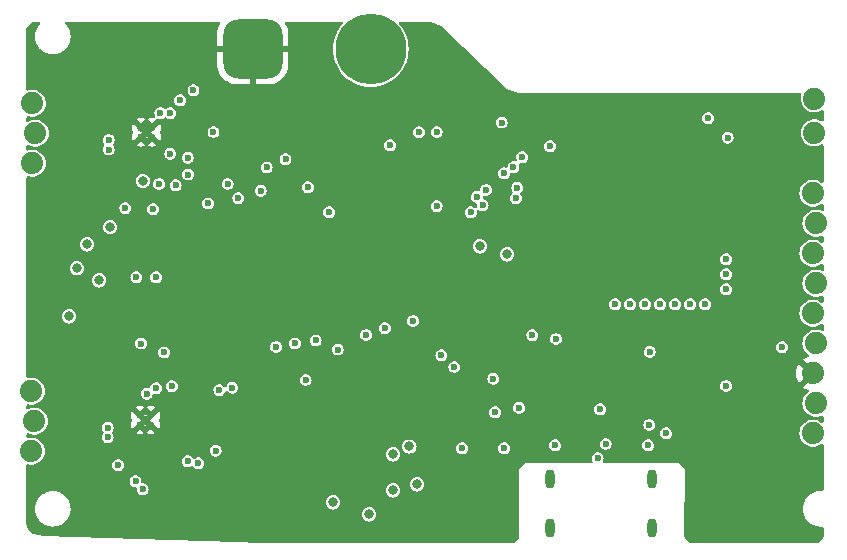
<source format=gbr>
%TF.GenerationSoftware,KiCad,Pcbnew,7.0.2*%
%TF.CreationDate,2023-10-03T18:08:59-04:00*%
%TF.ProjectId,mini_motor_go_V1_rev2,6d696e69-5f6d-46f7-946f-725f676f5f56,rev?*%
%TF.SameCoordinates,Original*%
%TF.FileFunction,Copper,L2,Inr*%
%TF.FilePolarity,Positive*%
%FSLAX46Y46*%
G04 Gerber Fmt 4.6, Leading zero omitted, Abs format (unit mm)*
G04 Created by KiCad (PCBNEW 7.0.2) date 2023-10-03 18:08:59*
%MOMM*%
%LPD*%
G01*
G04 APERTURE LIST*
G04 Aperture macros list*
%AMRoundRect*
0 Rectangle with rounded corners*
0 $1 Rounding radius*
0 $2 $3 $4 $5 $6 $7 $8 $9 X,Y pos of 4 corners*
0 Add a 4 corners polygon primitive as box body*
4,1,4,$2,$3,$4,$5,$6,$7,$8,$9,$2,$3,0*
0 Add four circle primitives for the rounded corners*
1,1,$1+$1,$2,$3*
1,1,$1+$1,$4,$5*
1,1,$1+$1,$6,$7*
1,1,$1+$1,$8,$9*
0 Add four rect primitives between the rounded corners*
20,1,$1+$1,$2,$3,$4,$5,0*
20,1,$1+$1,$4,$5,$6,$7,0*
20,1,$1+$1,$6,$7,$8,$9,0*
20,1,$1+$1,$8,$9,$2,$3,0*%
G04 Aperture macros list end*
%TA.AperFunction,ComponentPad*%
%ADD10O,0.800000X1.600000*%
%TD*%
%TA.AperFunction,ComponentPad*%
%ADD11C,0.600000*%
%TD*%
%TA.AperFunction,ComponentPad*%
%ADD12C,1.879600*%
%TD*%
%TA.AperFunction,ComponentPad*%
%ADD13RoundRect,1.250000X1.250000X1.250000X-1.250000X1.250000X-1.250000X-1.250000X1.250000X-1.250000X0*%
%TD*%
%TA.AperFunction,ComponentPad*%
%ADD14C,6.000000*%
%TD*%
%TA.AperFunction,ViaPad*%
%ADD15C,0.800000*%
%TD*%
%TA.AperFunction,ViaPad*%
%ADD16C,0.600000*%
%TD*%
G04 APERTURE END LIST*
D10*
%TO.N,unconnected-(J11-SHELL_GND-PadS1)*%
%TO.C,J11*%
X160053600Y-94650700D03*
%TO.N,unconnected-(J11-SHELL_GND-PadS2)*%
X168703600Y-90450700D03*
%TO.N,unconnected-(J11-SHELL_GND-PadS3)*%
X160053600Y-90450700D03*
%TO.N,unconnected-(J11-SHELL_GND-PadS4)*%
X168703600Y-94650700D03*
%TD*%
D11*
%TO.N,GND*%
%TO.C,U2*%
X126381600Y-60736400D03*
X125481600Y-60736400D03*
X126381600Y-61536400D03*
X125481600Y-61536400D03*
%TD*%
D12*
%TO.N,Net-(U3-in+1)*%
%TO.C,J2*%
X116174213Y-88112054D03*
%TO.N,Net-(U5-V)*%
X116428213Y-85572054D03*
%TO.N,Net-(U3-in+2)*%
X116174213Y-83032054D03*
%TD*%
%TO.N,Net-(J10-Pin_1)*%
%TO.C,J10*%
X182475000Y-61157800D03*
%TO.N,Net-(J10-Pin_2)*%
X182475000Y-58262200D03*
%TD*%
D11*
%TO.N,GND*%
%TO.C,U5*%
X126289938Y-85094093D03*
X125389938Y-85094093D03*
X126289938Y-85894093D03*
X125389938Y-85894093D03*
%TD*%
D12*
%TO.N,Net-(U4-in+1)*%
%TO.C,J1*%
X116257000Y-63754000D03*
%TO.N,Net-(U2-V)*%
X116511000Y-61214000D03*
%TO.N,Net-(U4-in+2)*%
X116257000Y-58674000D03*
%TD*%
%TO.N,+3.3V*%
%TO.C,J9*%
X182344000Y-86610000D03*
%TO.N,+5V*%
X182598000Y-84070000D03*
%TO.N,GND*%
X182344000Y-81530000D03*
%TO.N,gpio8*%
X182598000Y-78990000D03*
%TO.N,gpio38*%
X182344000Y-76450000D03*
%TO.N,Net-(J9-Pin_6)*%
X182598000Y-73910000D03*
%TO.N,Net-(J9-Pin_7)*%
X182344000Y-71370000D03*
%TO.N,Net-(J9-Pin_8)*%
X182598000Y-68830000D03*
%TO.N,Net-(J9-Pin_9)*%
X182344000Y-66290000D03*
%TD*%
D13*
%TO.N,GND*%
%TO.C,J8*%
X134924420Y-54075621D03*
D14*
%TO.N,+BATT*%
X144924420Y-54075621D03*
%TD*%
D15*
%TO.N,GND*%
X138000000Y-73750000D03*
D16*
X157825500Y-78750000D03*
D15*
%TO.N,gpio8*%
X154144667Y-70779500D03*
%TO.N,m2_current_sense_u*%
X156464000Y-71460500D03*
%TO.N,scl*%
X144780000Y-93472000D03*
X146812000Y-91440000D03*
%TO.N,+3.3V*%
X148844000Y-90932000D03*
X148185362Y-87725395D03*
%TO.N,sda*%
X141732000Y-92456000D03*
X146812000Y-88392000D03*
%TO.N,GND*%
X135689493Y-89801810D03*
%TO.N,m2_enc_cs*%
X121920000Y-73660000D03*
%TO.N,+3.3V*%
X119380000Y-76708000D03*
%TO.N,enc_sda*%
X120037570Y-72644000D03*
%TO.N,GND*%
X123337570Y-73660000D03*
X116735000Y-74676000D03*
%TO.N,enc_scl*%
X120904000Y-70612000D03*
%TO.N,m1_enc_cs*%
X122851991Y-69148009D03*
D16*
%TO.N,+BATT*%
X122642802Y-86943201D03*
D15*
X125624500Y-65250000D03*
D16*
X123535134Y-89300134D03*
X122732800Y-62585600D03*
X122732800Y-61772800D03*
X122642802Y-86130401D03*
%TO.N,GND*%
X161544000Y-81026000D03*
X158328060Y-81671940D03*
X166274001Y-83563600D03*
D15*
X164740000Y-66980000D03*
D16*
X118782002Y-86689201D03*
X154686000Y-94234000D03*
D15*
X164740000Y-68380000D03*
D16*
X161590842Y-82809158D03*
X124401600Y-62188400D03*
X157628060Y-80971940D03*
X159044166Y-82433634D03*
D15*
X166140000Y-65580000D03*
D16*
X159590842Y-80809158D03*
X171450000Y-87884000D03*
X159778060Y-83121940D03*
D15*
X166140000Y-68380000D03*
D16*
X177800000Y-87600000D03*
X149250000Y-65786000D03*
X157480000Y-87884000D03*
X131000000Y-71500000D03*
X132956940Y-63543060D03*
X124351602Y-84426001D03*
D15*
X164735137Y-65597355D03*
D16*
X156878060Y-80221940D03*
D15*
X137900000Y-70975500D03*
X166140000Y-66980000D03*
D16*
X143500000Y-84300000D03*
X160419981Y-83809449D03*
D15*
X167540000Y-66980000D03*
D16*
X156342637Y-79578908D03*
D15*
X167540000Y-68380000D03*
X174800000Y-59200000D03*
D16*
X170264500Y-79712000D03*
X141524000Y-89900000D03*
X119727546Y-62136006D03*
X158496000Y-83820000D03*
X124311602Y-86546001D03*
X124441600Y-60068400D03*
X125301405Y-82618760D03*
X160890842Y-82109158D03*
X118872000Y-62331600D03*
X161036000Y-88392000D03*
X144559980Y-67875500D03*
D15*
X167540000Y-65580000D03*
D16*
X126238000Y-57658000D03*
X158283364Y-79501678D03*
X167640000Y-88392000D03*
X160200000Y-59700000D03*
X131114800Y-89013600D03*
X119637548Y-86493607D03*
X156322500Y-78680558D03*
X125730000Y-58420000D03*
D15*
X137900000Y-68500000D03*
D16*
X158940842Y-80159158D03*
X160190842Y-81409158D03*
X154686000Y-89300000D03*
%TO.N,+3.3V*%
X156000000Y-60300000D03*
X125476000Y-79006000D03*
X148500000Y-77100000D03*
X175000000Y-82600000D03*
X125072469Y-73406000D03*
X128778000Y-58420000D03*
X128071231Y-82616191D03*
X168539500Y-79712000D03*
X126746000Y-73406000D03*
X124129800Y-67538600D03*
%TO.N,Net-(U3-in-1)*%
X125000000Y-90673500D03*
X129427830Y-88977500D03*
%TO.N,Net-(U3-in+1)*%
X130327526Y-89152900D03*
X125600000Y-91350000D03*
%TO.N,Net-(U3-ref_1)*%
X131775200Y-88073800D03*
X132100000Y-82950000D03*
X125943348Y-83248850D03*
%TO.N,/motor_controls/standby*%
X127421731Y-79763000D03*
X126492000Y-67640200D03*
X127104261Y-59503500D03*
X126746000Y-82785101D03*
%TO.N,+5V*%
X160528000Y-87630000D03*
X150500000Y-67375500D03*
X169926000Y-86614000D03*
X157480000Y-84455000D03*
X139600000Y-65785500D03*
X156210000Y-87884000D03*
X164338000Y-84582000D03*
X168500000Y-85900000D03*
X152654000Y-87884000D03*
X141400000Y-67900000D03*
X168402000Y-87630000D03*
X155448000Y-84836000D03*
X150500000Y-61100000D03*
%TO.N,Net-(C11-Pad2)*%
X146558000Y-62230000D03*
X149000000Y-61111523D03*
%TO.N,m1_enc_cs*%
X175006000Y-71882000D03*
%TO.N,m2_enc_cs*%
X173228000Y-75692000D03*
%TO.N,m2_uh*%
X158600000Y-78300000D03*
X146106940Y-77706940D03*
%TO.N,m2_ul*%
X140250000Y-78750000D03*
X168148000Y-75692000D03*
%TO.N,m2_vh*%
X144531940Y-78281940D03*
X160600000Y-78621500D03*
%TO.N,m2_vl*%
X136900000Y-79300000D03*
X170688000Y-75692000D03*
%TO.N,m2_wh*%
X165608000Y-75692000D03*
X142113440Y-79513440D03*
%TO.N,m2_wl*%
X138500000Y-79000000D03*
X169418000Y-75692000D03*
%TO.N,m1_uh*%
X131150000Y-67150000D03*
X127000000Y-65500000D03*
X154391439Y-67300500D03*
%TO.N,m1_ul*%
X157200000Y-66700000D03*
X132789823Y-65500000D03*
X127939800Y-62941200D03*
%TO.N,m1_vh*%
X133700000Y-66700000D03*
X128400000Y-65618700D03*
X153900000Y-66585969D03*
%TO.N,m1_vl*%
X157000000Y-64075500D03*
X137700000Y-63400000D03*
X127939800Y-59503500D03*
%TO.N,m1_wh*%
X135600000Y-66075500D03*
X129446099Y-64700000D03*
X154693060Y-66006940D03*
%TO.N,m1_wl*%
X136100000Y-64100000D03*
X156200000Y-64600000D03*
X131600000Y-61100000D03*
%TO.N,Net-(J11-DP1)*%
X164800000Y-87517500D03*
X164126101Y-88722573D03*
%TO.N,Net-(U1-EN)*%
X160100000Y-62300000D03*
X153400000Y-67900000D03*
%TO.N,m2_current_sense_u*%
X133200000Y-82750000D03*
%TO.N,gpio8*%
X171958000Y-75692000D03*
%TO.N,m2_current_sense_w*%
X139400000Y-82100000D03*
X166878000Y-75692000D03*
%TO.N,m1_current_sense_w*%
X129908326Y-57568045D03*
X157734000Y-63246000D03*
%TO.N,m1_current_sense_u*%
X129421099Y-63280167D03*
X157325503Y-65828100D03*
%TO.N,enc_scl*%
X175006000Y-73152000D03*
%TO.N,enc_sda*%
X175006000Y-74422000D03*
%TO.N,sda*%
X175125750Y-61574250D03*
X173482000Y-59930500D03*
%TO.N,gpio8*%
X152000000Y-81000000D03*
X155299500Y-82000000D03*
%TO.N,gpio38*%
X179750000Y-79315500D03*
X150900000Y-80010000D03*
%TD*%
%TA.AperFunction,Conductor*%
%TO.N,GND*%
G36*
X116895565Y-51769685D02*
G01*
X116941320Y-51822489D01*
X116951264Y-51891647D01*
X116922239Y-51955203D01*
X116919755Y-51957984D01*
X116856733Y-52026443D01*
X116849488Y-52033687D01*
X116829990Y-52051636D01*
X116822883Y-52063215D01*
X116811834Y-52075217D01*
X116805473Y-52084953D01*
X116797649Y-52091629D01*
X116783384Y-52117989D01*
X116778139Y-52126792D01*
X116709520Y-52231821D01*
X116703565Y-52240160D01*
X116687290Y-52261070D01*
X116682187Y-52273657D01*
X116675825Y-52283394D01*
X116671153Y-52294046D01*
X116664532Y-52301922D01*
X116654798Y-52330277D01*
X116651073Y-52339823D01*
X116600686Y-52454695D01*
X116596186Y-52463901D01*
X116583570Y-52487213D01*
X116580610Y-52500465D01*
X116575936Y-52511119D01*
X116573083Y-52522388D01*
X116567849Y-52531246D01*
X116562914Y-52560820D01*
X116560811Y-52570850D01*
X116530012Y-52692471D01*
X116527088Y-52702290D01*
X116518483Y-52727354D01*
X116517745Y-52740912D01*
X116514891Y-52752181D01*
X116513931Y-52763765D01*
X116510228Y-52773357D01*
X116510229Y-52803323D01*
X116509805Y-52813564D01*
X116499443Y-52938604D01*
X116498176Y-52948770D01*
X116493813Y-52974918D01*
X116495317Y-52988412D01*
X116494357Y-53000000D01*
X116495317Y-53011585D01*
X116493243Y-53021662D01*
X116498176Y-53051227D01*
X116499443Y-53061394D01*
X116509805Y-53186435D01*
X116510229Y-53196676D01*
X116510229Y-53223175D01*
X116513931Y-53236234D01*
X116514891Y-53247816D01*
X116517745Y-53259088D01*
X116517358Y-53269364D01*
X116527087Y-53297704D01*
X116530010Y-53307524D01*
X116560811Y-53429151D01*
X116562915Y-53439182D01*
X116567278Y-53465330D01*
X116573082Y-53477607D01*
X116575938Y-53488885D01*
X116580609Y-53499534D01*
X116581919Y-53509734D01*
X116596183Y-53536092D01*
X116600684Y-53545299D01*
X116651075Y-53660180D01*
X116654800Y-53669727D01*
X116663406Y-53694797D01*
X116671152Y-53705951D01*
X116675827Y-53716608D01*
X116682185Y-53726340D01*
X116685156Y-53736185D01*
X116703561Y-53759832D01*
X116709511Y-53768165D01*
X116745778Y-53823676D01*
X116778142Y-53873212D01*
X116783387Y-53882016D01*
X116796001Y-53905324D01*
X116805476Y-53915050D01*
X116811834Y-53924783D01*
X116811835Y-53924784D01*
X116811836Y-53924785D01*
X116819706Y-53933334D01*
X116824258Y-53942557D01*
X116846302Y-53962850D01*
X116853544Y-53970092D01*
X116938538Y-54062420D01*
X116945156Y-54070234D01*
X116961434Y-54091149D01*
X116972380Y-54099182D01*
X116980256Y-54107738D01*
X116989425Y-54114875D01*
X116995435Y-54123224D01*
X117020521Y-54139614D01*
X117028863Y-54145570D01*
X117127882Y-54222640D01*
X117135701Y-54229263D01*
X117155198Y-54247211D01*
X117167317Y-54253334D01*
X117169883Y-54255331D01*
X117176491Y-54260474D01*
X117176495Y-54260476D01*
X117186719Y-54266009D01*
X117194018Y-54273253D01*
X117221452Y-54285287D01*
X117230635Y-54289775D01*
X117341039Y-54349522D01*
X117349828Y-54354760D01*
X117372012Y-54369253D01*
X117384964Y-54373294D01*
X117395190Y-54378828D01*
X117395193Y-54378829D01*
X117395195Y-54378830D01*
X117406179Y-54382601D01*
X117414569Y-54388544D01*
X117443613Y-54395899D01*
X117453436Y-54398824D01*
X117572133Y-54439573D01*
X117581680Y-54443298D01*
X117605943Y-54453940D01*
X117619391Y-54455796D01*
X117630386Y-54459571D01*
X117638533Y-54460930D01*
X117641843Y-54461483D01*
X117651093Y-54465962D01*
X117680939Y-54468435D01*
X117691093Y-54469701D01*
X117814928Y-54490365D01*
X117824942Y-54492465D01*
X117850626Y-54498969D01*
X117864195Y-54498586D01*
X117875665Y-54500500D01*
X117875667Y-54500500D01*
X117887298Y-54500500D01*
X117897169Y-54503398D01*
X117927029Y-54500924D01*
X117937270Y-54500500D01*
X118062730Y-54500500D01*
X118072971Y-54500924D01*
X118099372Y-54503111D01*
X118112702Y-54500500D01*
X118124333Y-54500500D01*
X118124335Y-54500500D01*
X118135804Y-54498586D01*
X118146015Y-54499820D01*
X118175054Y-54492466D01*
X118185070Y-54490365D01*
X118308909Y-54469700D01*
X118319061Y-54468435D01*
X118345454Y-54466248D01*
X118358156Y-54461483D01*
X118360214Y-54461139D01*
X118369614Y-54459571D01*
X118380604Y-54455797D01*
X118390879Y-54455333D01*
X118418313Y-54443300D01*
X118427853Y-54439577D01*
X118546570Y-54398821D01*
X118556390Y-54395898D01*
X118582069Y-54389395D01*
X118593816Y-54382601D01*
X118604810Y-54378828D01*
X118615028Y-54373297D01*
X118625086Y-54371149D01*
X118650166Y-54354763D01*
X118658946Y-54349530D01*
X118769356Y-54289780D01*
X118778551Y-54285285D01*
X118802809Y-54274644D01*
X118813282Y-54266008D01*
X118823509Y-54260474D01*
X118832679Y-54253336D01*
X118842248Y-54249560D01*
X118864289Y-54229270D01*
X118872103Y-54222651D01*
X118971149Y-54145560D01*
X118979484Y-54139609D01*
X119001665Y-54125117D01*
X119010573Y-54114876D01*
X119010576Y-54114874D01*
X119019744Y-54107738D01*
X119027617Y-54099184D01*
X119036434Y-54093885D01*
X119054837Y-54070242D01*
X119061461Y-54062421D01*
X119146467Y-53970079D01*
X119153704Y-53962843D01*
X119173189Y-53944906D01*
X119180290Y-53933337D01*
X119188164Y-53924785D01*
X119194523Y-53915050D01*
X119202346Y-53908373D01*
X119216605Y-53882027D01*
X119221851Y-53873223D01*
X119252951Y-53825621D01*
X119290495Y-53768155D01*
X119296445Y-53759822D01*
X119312712Y-53738922D01*
X119317814Y-53726339D01*
X119324173Y-53716607D01*
X119325629Y-53713289D01*
X119328845Y-53705956D01*
X119335462Y-53698082D01*
X119345189Y-53669749D01*
X119348915Y-53660200D01*
X119348924Y-53660180D01*
X119399329Y-53545267D01*
X119403823Y-53536076D01*
X119416430Y-53512780D01*
X119419392Y-53499529D01*
X119424063Y-53488881D01*
X119426916Y-53477614D01*
X119432147Y-53468757D01*
X119437079Y-53439205D01*
X119439175Y-53429205D01*
X119469998Y-53307487D01*
X119472916Y-53297689D01*
X119481514Y-53272642D01*
X119482256Y-53259083D01*
X119485107Y-53247824D01*
X119485108Y-53247821D01*
X119486067Y-53236236D01*
X119489771Y-53226639D01*
X119489771Y-53196676D01*
X119490195Y-53186436D01*
X119500557Y-53061382D01*
X119501824Y-53051212D01*
X119506185Y-53025077D01*
X119504683Y-53011581D01*
X119505643Y-53000000D01*
X119504683Y-52988416D01*
X119506756Y-52978341D01*
X119501824Y-52948785D01*
X119500557Y-52938615D01*
X119490195Y-52813563D01*
X119489771Y-52803323D01*
X119489770Y-52776831D01*
X119486067Y-52763763D01*
X119485108Y-52752179D01*
X119482256Y-52740916D01*
X119482642Y-52730638D01*
X119472915Y-52702305D01*
X119469993Y-52692495D01*
X119439180Y-52570817D01*
X119437080Y-52560798D01*
X119432719Y-52534665D01*
X119426915Y-52522383D01*
X119424063Y-52511119D01*
X119419389Y-52500465D01*
X119418079Y-52490263D01*
X119403818Y-52463911D01*
X119399317Y-52454704D01*
X119348917Y-52339803D01*
X119345191Y-52330255D01*
X119336589Y-52305199D01*
X119328844Y-52294042D01*
X119324172Y-52283390D01*
X119317813Y-52273657D01*
X119314841Y-52263812D01*
X119296440Y-52240170D01*
X119290491Y-52231840D01*
X119221844Y-52126766D01*
X119216608Y-52117978D01*
X119203999Y-52094678D01*
X119194522Y-52084947D01*
X119188164Y-52075215D01*
X119177117Y-52063215D01*
X119172565Y-52053993D01*
X119150524Y-52033702D01*
X119143277Y-52026454D01*
X119080245Y-51957982D01*
X119049323Y-51895328D01*
X119057184Y-51825901D01*
X119101331Y-51771746D01*
X119167749Y-51750056D01*
X119171475Y-51750000D01*
X132057734Y-51750000D01*
X132124773Y-51769685D01*
X132170528Y-51822489D01*
X132180472Y-51891647D01*
X132167364Y-51931941D01*
X132065938Y-52123847D01*
X131979309Y-52371416D01*
X131931302Y-52625140D01*
X131930319Y-52633189D01*
X131924516Y-52736513D01*
X131924420Y-52739970D01*
X131924420Y-53825621D01*
X133956174Y-53825621D01*
X133930854Y-53923412D01*
X133920553Y-54126531D01*
X133951053Y-54325621D01*
X131924421Y-54325621D01*
X131924420Y-55411270D01*
X131924518Y-55414728D01*
X131930319Y-55518053D01*
X131931302Y-55526099D01*
X131979309Y-55779825D01*
X132065938Y-56027394D01*
X132188496Y-56259285D01*
X132344251Y-56470326D01*
X132529714Y-56655789D01*
X132740755Y-56811544D01*
X132972646Y-56934102D01*
X133220215Y-57020731D01*
X133473939Y-57068738D01*
X133481988Y-57069721D01*
X133585312Y-57075524D01*
X133588769Y-57075620D01*
X134674419Y-57075620D01*
X134674420Y-57075619D01*
X134674420Y-55045142D01*
X134822730Y-55075621D01*
X134975132Y-55075621D01*
X135126757Y-55060202D01*
X135174420Y-55045247D01*
X135174420Y-57075620D01*
X136260070Y-57075620D01*
X136263527Y-57075522D01*
X136366852Y-57069721D01*
X136374898Y-57068738D01*
X136628624Y-57020731D01*
X136876193Y-56934102D01*
X137108084Y-56811544D01*
X137319125Y-56655789D01*
X137504588Y-56470326D01*
X137660343Y-56259285D01*
X137782901Y-56027394D01*
X137869530Y-55779825D01*
X137917537Y-55526101D01*
X137918520Y-55518052D01*
X137924323Y-55414728D01*
X137924420Y-55411271D01*
X137924420Y-54325621D01*
X135892666Y-54325621D01*
X135917986Y-54227830D01*
X135928287Y-54024711D01*
X135897787Y-53825621D01*
X137924419Y-53825621D01*
X137924419Y-52739971D01*
X137924321Y-52736513D01*
X137918520Y-52633188D01*
X137917537Y-52625142D01*
X137869530Y-52371416D01*
X137782901Y-52123847D01*
X137681476Y-51931941D01*
X137667554Y-51863473D01*
X137692859Y-51798347D01*
X137749356Y-51757240D01*
X137791106Y-51750000D01*
X142433336Y-51750000D01*
X142500375Y-51769685D01*
X142546130Y-51822489D01*
X142556074Y-51891647D01*
X142527049Y-51955203D01*
X142525796Y-51956627D01*
X142420546Y-52074401D01*
X142420539Y-52074409D01*
X142418226Y-52076998D01*
X142416211Y-52079836D01*
X142416206Y-52079844D01*
X142212226Y-52367326D01*
X142210209Y-52370169D01*
X142208531Y-52373204D01*
X142208526Y-52373213D01*
X142051690Y-52656989D01*
X142036326Y-52684788D01*
X142034999Y-52687991D01*
X142034994Y-52688002D01*
X141900089Y-53013689D01*
X141900084Y-53013701D01*
X141898761Y-53016897D01*
X141897804Y-53020218D01*
X141897799Y-53020233D01*
X141800208Y-53358982D01*
X141800204Y-53358997D01*
X141799247Y-53362321D01*
X141798668Y-53365727D01*
X141798664Y-53365746D01*
X141739614Y-53713289D01*
X141739612Y-53713305D01*
X141739033Y-53716714D01*
X141738838Y-53720175D01*
X141738838Y-53720181D01*
X141719179Y-54070242D01*
X141718877Y-54075621D01*
X141719072Y-54079093D01*
X141736863Y-54395899D01*
X141739033Y-54434528D01*
X141739612Y-54437938D01*
X141739614Y-54437952D01*
X141798664Y-54785495D01*
X141798667Y-54785510D01*
X141799247Y-54788921D01*
X141800205Y-54792248D01*
X141800208Y-54792259D01*
X141897799Y-55131008D01*
X141897802Y-55131018D01*
X141898761Y-55134345D01*
X142036326Y-55466454D01*
X142210209Y-55781073D01*
X142418226Y-56074244D01*
X142657759Y-56342282D01*
X142925797Y-56581815D01*
X143218968Y-56789832D01*
X143533587Y-56963715D01*
X143865696Y-57101280D01*
X144211120Y-57200794D01*
X144565513Y-57261008D01*
X144924420Y-57281164D01*
X145283327Y-57261008D01*
X145637720Y-57200794D01*
X145983144Y-57101280D01*
X146315253Y-56963715D01*
X146629872Y-56789832D01*
X146923043Y-56581815D01*
X147191081Y-56342282D01*
X147430614Y-56074244D01*
X147638631Y-55781073D01*
X147812514Y-55466454D01*
X147950079Y-55134345D01*
X148049593Y-54788921D01*
X148109807Y-54434528D01*
X148129963Y-54075621D01*
X148129660Y-54070234D01*
X148124037Y-53970097D01*
X148109807Y-53716714D01*
X148071097Y-53488883D01*
X148050175Y-53365746D01*
X148050174Y-53365744D01*
X148049593Y-53362321D01*
X147950079Y-53016897D01*
X147812514Y-52684788D01*
X147638631Y-52370169D01*
X147430614Y-52076998D01*
X147323043Y-51956626D01*
X147293050Y-51893523D01*
X147301935Y-51824220D01*
X147346876Y-51770722D01*
X147413607Y-51750015D01*
X147415504Y-51750000D01*
X149976141Y-51750000D01*
X150022155Y-51758853D01*
X150840138Y-52085738D01*
X150879578Y-52111033D01*
X156482707Y-57440408D01*
X157345000Y-57785000D01*
X176665000Y-57785000D01*
X177665000Y-57785000D01*
X181261015Y-57785000D01*
X181328054Y-57804685D01*
X181373809Y-57857489D01*
X181383753Y-57926647D01*
X181380281Y-57942935D01*
X181349313Y-58051772D01*
X181329815Y-58262200D01*
X181349313Y-58472629D01*
X181407145Y-58675887D01*
X181501343Y-58865061D01*
X181628698Y-59033707D01*
X181784869Y-59176075D01*
X181784871Y-59176076D01*
X181784872Y-59176077D01*
X181964547Y-59287328D01*
X182161605Y-59363668D01*
X182369336Y-59402500D01*
X182369338Y-59402500D01*
X182580662Y-59402500D01*
X182580664Y-59402500D01*
X182788395Y-59363668D01*
X182985453Y-59287328D01*
X183061062Y-59240512D01*
X183128421Y-59221956D01*
X183195120Y-59242764D01*
X183239982Y-59296329D01*
X183250339Y-59345912D01*
X183250497Y-60074131D01*
X183230827Y-60141175D01*
X183178033Y-60186941D01*
X183108877Y-60196900D01*
X183061219Y-60179585D01*
X183025620Y-60157543D01*
X182985453Y-60132672D01*
X182985451Y-60132671D01*
X182788395Y-60056332D01*
X182788394Y-60056332D01*
X182580664Y-60017500D01*
X182369336Y-60017500D01*
X182230848Y-60043387D01*
X182161604Y-60056332D01*
X181964548Y-60132671D01*
X181784869Y-60243924D01*
X181628698Y-60386292D01*
X181501343Y-60554938D01*
X181407145Y-60744112D01*
X181349313Y-60947370D01*
X181329815Y-61157800D01*
X181349313Y-61368229D01*
X181407145Y-61571487D01*
X181501343Y-61760661D01*
X181628698Y-61929307D01*
X181784869Y-62071675D01*
X181784871Y-62071676D01*
X181784872Y-62071677D01*
X181964547Y-62182928D01*
X182161605Y-62259268D01*
X182369336Y-62298100D01*
X182369338Y-62298100D01*
X182580662Y-62298100D01*
X182580664Y-62298100D01*
X182788395Y-62259268D01*
X182985453Y-62182928D01*
X183061692Y-62135721D01*
X183129049Y-62117166D01*
X183195749Y-62137973D01*
X183240611Y-62191538D01*
X183250968Y-62241122D01*
X183251633Y-65293544D01*
X183231963Y-65360588D01*
X183179169Y-65406354D01*
X183110013Y-65416313D01*
X183046451Y-65387302D01*
X183044097Y-65385210D01*
X183034130Y-65376124D01*
X182900759Y-65293544D01*
X182854453Y-65264872D01*
X182854451Y-65264871D01*
X182657395Y-65188532D01*
X182657394Y-65188532D01*
X182449664Y-65149700D01*
X182238336Y-65149700D01*
X182099848Y-65175588D01*
X182030604Y-65188532D01*
X181833548Y-65264871D01*
X181653869Y-65376124D01*
X181497698Y-65518492D01*
X181370343Y-65687138D01*
X181276145Y-65876312D01*
X181218313Y-66079570D01*
X181198815Y-66289999D01*
X181218313Y-66500429D01*
X181276145Y-66703687D01*
X181370343Y-66892861D01*
X181497698Y-67061507D01*
X181653869Y-67203875D01*
X181653871Y-67203876D01*
X181653872Y-67203877D01*
X181833547Y-67315128D01*
X182030605Y-67391468D01*
X182238336Y-67430300D01*
X182238338Y-67430300D01*
X182449662Y-67430300D01*
X182449664Y-67430300D01*
X182657395Y-67391468D01*
X182854453Y-67315128D01*
X183034128Y-67203877D01*
X183044528Y-67194395D01*
X183107330Y-67163779D01*
X183176717Y-67171976D01*
X183230658Y-67216385D01*
X183252027Y-67282906D01*
X183252066Y-67286006D01*
X183252152Y-67679496D01*
X183232482Y-67746540D01*
X183179688Y-67792306D01*
X183110532Y-67802265D01*
X183083359Y-67795150D01*
X182911396Y-67728532D01*
X182842151Y-67715588D01*
X182703664Y-67689700D01*
X182492336Y-67689700D01*
X182353848Y-67715588D01*
X182284604Y-67728532D01*
X182087548Y-67804871D01*
X181907869Y-67916124D01*
X181751698Y-68058492D01*
X181624343Y-68227138D01*
X181530145Y-68416312D01*
X181472313Y-68619570D01*
X181452815Y-68829999D01*
X181472313Y-69040429D01*
X181530145Y-69243687D01*
X181624343Y-69432861D01*
X181751698Y-69601507D01*
X181907869Y-69743875D01*
X181907871Y-69743876D01*
X181907872Y-69743877D01*
X182087547Y-69855128D01*
X182284605Y-69931468D01*
X182492336Y-69970300D01*
X182492338Y-69970300D01*
X182703662Y-69970300D01*
X182703664Y-69970300D01*
X182911395Y-69931468D01*
X183083861Y-69864654D01*
X183153482Y-69858793D01*
X183215222Y-69891503D01*
X183249477Y-69952400D01*
X183252652Y-69980255D01*
X183252738Y-70374552D01*
X183233068Y-70441596D01*
X183180274Y-70487362D01*
X183111118Y-70497321D01*
X183047556Y-70468310D01*
X183045200Y-70466216D01*
X183034130Y-70456124D01*
X182854451Y-70344871D01*
X182657395Y-70268532D01*
X182584813Y-70254964D01*
X182449664Y-70229700D01*
X182238336Y-70229700D01*
X182103192Y-70254963D01*
X182030604Y-70268532D01*
X181833548Y-70344871D01*
X181653869Y-70456124D01*
X181497698Y-70598492D01*
X181370343Y-70767138D01*
X181276145Y-70956312D01*
X181218313Y-71159570D01*
X181198815Y-71369999D01*
X181218313Y-71580429D01*
X181276145Y-71783687D01*
X181370343Y-71972861D01*
X181497698Y-72141507D01*
X181653869Y-72283875D01*
X181653871Y-72283876D01*
X181653872Y-72283877D01*
X181833547Y-72395128D01*
X182030605Y-72471468D01*
X182238336Y-72510300D01*
X182238338Y-72510300D01*
X182449662Y-72510300D01*
X182449664Y-72510300D01*
X182657395Y-72471468D01*
X182854453Y-72395128D01*
X183034128Y-72283877D01*
X183045631Y-72273390D01*
X183108433Y-72242771D01*
X183177820Y-72250967D01*
X183231762Y-72295375D01*
X183253132Y-72361896D01*
X183253171Y-72364998D01*
X183253257Y-72759924D01*
X183233587Y-72826968D01*
X183180793Y-72872734D01*
X183111637Y-72882693D01*
X183084464Y-72875578D01*
X182911396Y-72808532D01*
X182842151Y-72795588D01*
X182703664Y-72769700D01*
X182492336Y-72769700D01*
X182353848Y-72795588D01*
X182284604Y-72808532D01*
X182087548Y-72884871D01*
X181907869Y-72996124D01*
X181751698Y-73138492D01*
X181624343Y-73307138D01*
X181530145Y-73496312D01*
X181472313Y-73699570D01*
X181452815Y-73910000D01*
X181472313Y-74120429D01*
X181530145Y-74323687D01*
X181624343Y-74512861D01*
X181751698Y-74681507D01*
X181907869Y-74823875D01*
X181907871Y-74823876D01*
X181907872Y-74823877D01*
X182087547Y-74935128D01*
X182284605Y-75011468D01*
X182492336Y-75050300D01*
X182492338Y-75050300D01*
X182703662Y-75050300D01*
X182703664Y-75050300D01*
X182911395Y-75011468D01*
X183084966Y-74944226D01*
X183154587Y-74938365D01*
X183216327Y-74971075D01*
X183250582Y-75031972D01*
X183253757Y-75059827D01*
X183253844Y-75455560D01*
X183234174Y-75522604D01*
X183181380Y-75568370D01*
X183112224Y-75578329D01*
X183048662Y-75549318D01*
X183046306Y-75547225D01*
X183034127Y-75536122D01*
X182854451Y-75424871D01*
X182657395Y-75348532D01*
X182657394Y-75348532D01*
X182449664Y-75309700D01*
X182238336Y-75309700D01*
X182099848Y-75335588D01*
X182030604Y-75348532D01*
X181833548Y-75424871D01*
X181653869Y-75536124D01*
X181497698Y-75678492D01*
X181370343Y-75847138D01*
X181276145Y-76036312D01*
X181218313Y-76239570D01*
X181198815Y-76450000D01*
X181218313Y-76660429D01*
X181276145Y-76863687D01*
X181370343Y-77052861D01*
X181497698Y-77221507D01*
X181653869Y-77363875D01*
X181653871Y-77363876D01*
X181653872Y-77363877D01*
X181833547Y-77475128D01*
X182030605Y-77551468D01*
X182238336Y-77590300D01*
X182238338Y-77590300D01*
X182449662Y-77590300D01*
X182449664Y-77590300D01*
X182657395Y-77551468D01*
X182854453Y-77475128D01*
X183034128Y-77363877D01*
X183046735Y-77352383D01*
X183109538Y-77321765D01*
X183178926Y-77329961D01*
X183232867Y-77374370D01*
X183254236Y-77440892D01*
X183254275Y-77443992D01*
X183254362Y-77840352D01*
X183234692Y-77907396D01*
X183181898Y-77953162D01*
X183112742Y-77963121D01*
X183085569Y-77956006D01*
X182911396Y-77888532D01*
X182842151Y-77875588D01*
X182703664Y-77849700D01*
X182492336Y-77849700D01*
X182353848Y-77875588D01*
X182284604Y-77888532D01*
X182087548Y-77964871D01*
X181907869Y-78076124D01*
X181751698Y-78218492D01*
X181624343Y-78387138D01*
X181530145Y-78576312D01*
X181472313Y-78779570D01*
X181452815Y-78990000D01*
X181472313Y-79200429D01*
X181530145Y-79403687D01*
X181624343Y-79592861D01*
X181751698Y-79761507D01*
X181907871Y-79903877D01*
X181948852Y-79929251D01*
X181995488Y-79981279D01*
X182006592Y-80050261D01*
X181978639Y-80114295D01*
X181923838Y-80151959D01*
X181763661Y-80206948D01*
X181553803Y-80320517D01*
X181516840Y-80349287D01*
X182204400Y-81036847D01*
X182199408Y-81037565D01*
X182066530Y-81098248D01*
X181956131Y-81193910D01*
X181877155Y-81316799D01*
X181854478Y-81394030D01*
X181164057Y-80703609D01*
X181073391Y-80842384D01*
X180977546Y-81060891D01*
X180918968Y-81292209D01*
X180899264Y-81530000D01*
X180918968Y-81767790D01*
X180977546Y-81999108D01*
X181073393Y-82217620D01*
X181164056Y-82356389D01*
X181164057Y-82356389D01*
X181854477Y-81665969D01*
X181877155Y-81743201D01*
X181956131Y-81866090D01*
X182066530Y-81961752D01*
X182199408Y-82022435D01*
X182204398Y-82023152D01*
X181516839Y-82710711D01*
X181516840Y-82710712D01*
X181553804Y-82739483D01*
X181763659Y-82853051D01*
X181923837Y-82908040D01*
X181980853Y-82948425D01*
X182006984Y-83013225D01*
X181993933Y-83081865D01*
X181948854Y-83130747D01*
X181907871Y-83156123D01*
X181751698Y-83298492D01*
X181624343Y-83467138D01*
X181530145Y-83656312D01*
X181472313Y-83859570D01*
X181452815Y-84069999D01*
X181472313Y-84280429D01*
X181530145Y-84483687D01*
X181624343Y-84672861D01*
X181751698Y-84841507D01*
X181907869Y-84983875D01*
X181907871Y-84983876D01*
X181907872Y-84983877D01*
X182087547Y-85095128D01*
X182284605Y-85171468D01*
X182492336Y-85210300D01*
X182492338Y-85210300D01*
X182703662Y-85210300D01*
X182703664Y-85210300D01*
X182911395Y-85171468D01*
X183087178Y-85103369D01*
X183156797Y-85097508D01*
X183218538Y-85130218D01*
X183252793Y-85191114D01*
X183255968Y-85218970D01*
X183256055Y-85617575D01*
X183236385Y-85684619D01*
X183183591Y-85730385D01*
X183114435Y-85740344D01*
X183050873Y-85711333D01*
X183048519Y-85709241D01*
X183034130Y-85696124D01*
X182854451Y-85584871D01*
X182657395Y-85508532D01*
X182657394Y-85508532D01*
X182449664Y-85469700D01*
X182238336Y-85469700D01*
X182107846Y-85494093D01*
X182030604Y-85508532D01*
X181833548Y-85584871D01*
X181653869Y-85696124D01*
X181497698Y-85838492D01*
X181370343Y-86007138D01*
X181276145Y-86196312D01*
X181218313Y-86399570D01*
X181198815Y-86610000D01*
X181218313Y-86820429D01*
X181276145Y-87023687D01*
X181370343Y-87212861D01*
X181497698Y-87381507D01*
X181653869Y-87523875D01*
X181653871Y-87523876D01*
X181653872Y-87523877D01*
X181833547Y-87635128D01*
X182030605Y-87711468D01*
X182238336Y-87750300D01*
X182238338Y-87750300D01*
X182449662Y-87750300D01*
X182449664Y-87750300D01*
X182657395Y-87711468D01*
X182854453Y-87635128D01*
X183034128Y-87523877D01*
X183048949Y-87510365D01*
X183111752Y-87479749D01*
X183181139Y-87487946D01*
X183235080Y-87532356D01*
X183256448Y-87598878D01*
X183256487Y-87601976D01*
X183256925Y-89612852D01*
X183257305Y-91360282D01*
X183257309Y-91375473D01*
X183237639Y-91442517D01*
X183184845Y-91488283D01*
X183133309Y-91499500D01*
X183112702Y-91499500D01*
X183102830Y-91496601D01*
X183072967Y-91499076D01*
X183062727Y-91499500D01*
X182993483Y-91499500D01*
X182983243Y-91499076D01*
X182956838Y-91496887D01*
X182943508Y-91499500D01*
X182875664Y-91499500D01*
X182864193Y-91501414D01*
X182853978Y-91500179D01*
X182824927Y-91507536D01*
X182814898Y-91509639D01*
X182691129Y-91530292D01*
X182680962Y-91531559D01*
X182654561Y-91533747D01*
X182641849Y-91538515D01*
X182630384Y-91540428D01*
X182619385Y-91544204D01*
X182609115Y-91544667D01*
X182581668Y-91556706D01*
X182572122Y-91560430D01*
X182453445Y-91601172D01*
X182443624Y-91604096D01*
X182417939Y-91610600D01*
X182406184Y-91617397D01*
X182395193Y-91621170D01*
X182384966Y-91626705D01*
X182374906Y-91628853D01*
X182349817Y-91645245D01*
X182341015Y-91650490D01*
X182230670Y-91710206D01*
X182221464Y-91714706D01*
X182197195Y-91725351D01*
X182186722Y-91733989D01*
X182176490Y-91739526D01*
X182167314Y-91746668D01*
X182157743Y-91750443D01*
X182135687Y-91770747D01*
X182127868Y-91777369D01*
X182028865Y-91854426D01*
X182020527Y-91860380D01*
X181998341Y-91874875D01*
X181989431Y-91885121D01*
X181980253Y-91892264D01*
X181972379Y-91900818D01*
X181963562Y-91906115D01*
X181945153Y-91929768D01*
X181938531Y-91937587D01*
X181853556Y-92029895D01*
X181846310Y-92037141D01*
X181826812Y-92055090D01*
X181819711Y-92066659D01*
X181811837Y-92075213D01*
X181805473Y-92084953D01*
X181797649Y-92091629D01*
X181783384Y-92117989D01*
X181778139Y-92126792D01*
X181709520Y-92231821D01*
X181703565Y-92240160D01*
X181687290Y-92261070D01*
X181682187Y-92273657D01*
X181675825Y-92283394D01*
X181671153Y-92294046D01*
X181664532Y-92301922D01*
X181654798Y-92330277D01*
X181651073Y-92339823D01*
X181600686Y-92454695D01*
X181596186Y-92463901D01*
X181583570Y-92487213D01*
X181580610Y-92500465D01*
X181575936Y-92511119D01*
X181573083Y-92522388D01*
X181567849Y-92531246D01*
X181562914Y-92560820D01*
X181560811Y-92570850D01*
X181530012Y-92692471D01*
X181527088Y-92702290D01*
X181518483Y-92727354D01*
X181517745Y-92740912D01*
X181514891Y-92752181D01*
X181513931Y-92763765D01*
X181510229Y-92773357D01*
X181510229Y-92803323D01*
X181509805Y-92813564D01*
X181499443Y-92938604D01*
X181498176Y-92948770D01*
X181493813Y-92974918D01*
X181495317Y-92988412D01*
X181494357Y-93000000D01*
X181495317Y-93011585D01*
X181493243Y-93021662D01*
X181498176Y-93051227D01*
X181499443Y-93061394D01*
X181509805Y-93186435D01*
X181510229Y-93196676D01*
X181510229Y-93223175D01*
X181513931Y-93236234D01*
X181514891Y-93247816D01*
X181517745Y-93259088D01*
X181517358Y-93269364D01*
X181527087Y-93297704D01*
X181530010Y-93307524D01*
X181560811Y-93429151D01*
X181562915Y-93439182D01*
X181567278Y-93465330D01*
X181573082Y-93477607D01*
X181575938Y-93488885D01*
X181580609Y-93499534D01*
X181581919Y-93509734D01*
X181596183Y-93536092D01*
X181600684Y-93545299D01*
X181651075Y-93660180D01*
X181654800Y-93669727D01*
X181663406Y-93694797D01*
X181671152Y-93705951D01*
X181675827Y-93716608D01*
X181682185Y-93726340D01*
X181685156Y-93736185D01*
X181703561Y-93759832D01*
X181709511Y-93768165D01*
X181773902Y-93866723D01*
X181778142Y-93873212D01*
X181783387Y-93882016D01*
X181796001Y-93905324D01*
X181805476Y-93915050D01*
X181811834Y-93924783D01*
X181811835Y-93924784D01*
X181811836Y-93924785D01*
X181819706Y-93933334D01*
X181824258Y-93942557D01*
X181846302Y-93962850D01*
X181853544Y-93970092D01*
X181938538Y-94062420D01*
X181945156Y-94070234D01*
X181961434Y-94091149D01*
X181972380Y-94099182D01*
X181980256Y-94107738D01*
X181989425Y-94114875D01*
X181995435Y-94123224D01*
X182020521Y-94139614D01*
X182028856Y-94145565D01*
X182072018Y-94179159D01*
X182127882Y-94222640D01*
X182135701Y-94229263D01*
X182155198Y-94247211D01*
X182167317Y-94253334D01*
X182169883Y-94255331D01*
X182176491Y-94260474D01*
X182176495Y-94260476D01*
X182186719Y-94266009D01*
X182194018Y-94273253D01*
X182221452Y-94285287D01*
X182230635Y-94289775D01*
X182341039Y-94349522D01*
X182349828Y-94354760D01*
X182372012Y-94369253D01*
X182384964Y-94373294D01*
X182395190Y-94378828D01*
X182395193Y-94378829D01*
X182395195Y-94378830D01*
X182406179Y-94382601D01*
X182414569Y-94388544D01*
X182443613Y-94395899D01*
X182453436Y-94398824D01*
X182572133Y-94439573D01*
X182581680Y-94443298D01*
X182605943Y-94453940D01*
X182619391Y-94455796D01*
X182630386Y-94459571D01*
X182638533Y-94460930D01*
X182641843Y-94461483D01*
X182651093Y-94465962D01*
X182680939Y-94468435D01*
X182691093Y-94469701D01*
X182814928Y-94490365D01*
X182824942Y-94492465D01*
X182850626Y-94498969D01*
X182864195Y-94498586D01*
X182875665Y-94500500D01*
X182875667Y-94500500D01*
X182943183Y-94500500D01*
X182953056Y-94503399D01*
X182982921Y-94500924D01*
X182993163Y-94500500D01*
X183062730Y-94500500D01*
X183072971Y-94500924D01*
X183099372Y-94503111D01*
X183112702Y-94500500D01*
X183134015Y-94500500D01*
X183201054Y-94520185D01*
X183246809Y-94572989D01*
X183258015Y-94624473D01*
X183258174Y-95355501D01*
X183238504Y-95422545D01*
X183221822Y-95443243D01*
X182794658Y-95870079D01*
X182733322Y-95903540D01*
X182706888Y-95906364D01*
X172028205Y-95895828D01*
X171961185Y-95876077D01*
X171940452Y-95859315D01*
X171514777Y-95431750D01*
X171481428Y-95370353D01*
X171478653Y-95343836D01*
X171478932Y-95262977D01*
X171478977Y-95250000D01*
X171498278Y-89645997D01*
X171000000Y-89146000D01*
X164675899Y-89146000D01*
X164608860Y-89126315D01*
X164563105Y-89073511D01*
X164553161Y-89004353D01*
X164563105Y-88970488D01*
X164611266Y-88865030D01*
X164631748Y-88722573D01*
X164611266Y-88580116D01*
X164590092Y-88533753D01*
X164554557Y-88455943D01*
X164551478Y-88449200D01*
X164551477Y-88449199D01*
X164551477Y-88449198D01*
X164457230Y-88340431D01*
X164457229Y-88340430D01*
X164336154Y-88262620D01*
X164198062Y-88222073D01*
X164054140Y-88222073D01*
X163916048Y-88262620D01*
X163794971Y-88340431D01*
X163700724Y-88449198D01*
X163640935Y-88580115D01*
X163620454Y-88722572D01*
X163640935Y-88865030D01*
X163689097Y-88970488D01*
X163699041Y-89039647D01*
X163670016Y-89103202D01*
X163611238Y-89140977D01*
X163576303Y-89146000D01*
X157979999Y-89146000D01*
X157480000Y-89645999D01*
X157480000Y-95452638D01*
X157460315Y-95519677D01*
X157443681Y-95540319D01*
X157135319Y-95848681D01*
X157073996Y-95882166D01*
X157047638Y-95885000D01*
X156337000Y-95885000D01*
X136580500Y-95885000D01*
X135580770Y-95868584D01*
X133547989Y-95801807D01*
X117154038Y-95263272D01*
X117136242Y-95261395D01*
X116857433Y-95211439D01*
X116383837Y-95126583D01*
X116366493Y-95122164D01*
X116293954Y-95097984D01*
X116251482Y-95073640D01*
X115905117Y-94770370D01*
X115867646Y-94711397D01*
X115865991Y-94705018D01*
X115753184Y-94216889D01*
X115750000Y-94188968D01*
X115750000Y-93021662D01*
X116493243Y-93021662D01*
X116498176Y-93051227D01*
X116499443Y-93061394D01*
X116509805Y-93186435D01*
X116510229Y-93196676D01*
X116510229Y-93223175D01*
X116513931Y-93236234D01*
X116514891Y-93247816D01*
X116517745Y-93259088D01*
X116517358Y-93269364D01*
X116527087Y-93297704D01*
X116530010Y-93307524D01*
X116560811Y-93429151D01*
X116562915Y-93439182D01*
X116567278Y-93465330D01*
X116573082Y-93477607D01*
X116575938Y-93488885D01*
X116580609Y-93499534D01*
X116581919Y-93509734D01*
X116596183Y-93536092D01*
X116600684Y-93545299D01*
X116651075Y-93660180D01*
X116654800Y-93669727D01*
X116663406Y-93694797D01*
X116671152Y-93705951D01*
X116675827Y-93716608D01*
X116682185Y-93726340D01*
X116685156Y-93736185D01*
X116703561Y-93759832D01*
X116709511Y-93768165D01*
X116773902Y-93866723D01*
X116778142Y-93873212D01*
X116783387Y-93882016D01*
X116796001Y-93905324D01*
X116805476Y-93915050D01*
X116811834Y-93924783D01*
X116811835Y-93924784D01*
X116811836Y-93924785D01*
X116819706Y-93933334D01*
X116824258Y-93942557D01*
X116846302Y-93962850D01*
X116853544Y-93970092D01*
X116938538Y-94062420D01*
X116945156Y-94070234D01*
X116961434Y-94091149D01*
X116972380Y-94099182D01*
X116980256Y-94107738D01*
X116989425Y-94114875D01*
X116995435Y-94123224D01*
X117020521Y-94139614D01*
X117028856Y-94145565D01*
X117072018Y-94179159D01*
X117127882Y-94222640D01*
X117135701Y-94229263D01*
X117155198Y-94247211D01*
X117167317Y-94253334D01*
X117169883Y-94255331D01*
X117176491Y-94260474D01*
X117176495Y-94260476D01*
X117186719Y-94266009D01*
X117194018Y-94273253D01*
X117221452Y-94285287D01*
X117230635Y-94289775D01*
X117341039Y-94349522D01*
X117349828Y-94354760D01*
X117372012Y-94369253D01*
X117384964Y-94373294D01*
X117395190Y-94378828D01*
X117395193Y-94378829D01*
X117395195Y-94378830D01*
X117406179Y-94382601D01*
X117414569Y-94388544D01*
X117443613Y-94395899D01*
X117453436Y-94398824D01*
X117572133Y-94439573D01*
X117581680Y-94443298D01*
X117605943Y-94453940D01*
X117619391Y-94455796D01*
X117630386Y-94459571D01*
X117638533Y-94460930D01*
X117641843Y-94461483D01*
X117651093Y-94465962D01*
X117680939Y-94468435D01*
X117691093Y-94469701D01*
X117814928Y-94490365D01*
X117824942Y-94492465D01*
X117850626Y-94498969D01*
X117864195Y-94498586D01*
X117875665Y-94500500D01*
X117875667Y-94500500D01*
X117887298Y-94500500D01*
X117897169Y-94503398D01*
X117927029Y-94500924D01*
X117937270Y-94500500D01*
X118062730Y-94500500D01*
X118072971Y-94500924D01*
X118099372Y-94503111D01*
X118112702Y-94500500D01*
X118124333Y-94500500D01*
X118124335Y-94500500D01*
X118135804Y-94498586D01*
X118146015Y-94499820D01*
X118175054Y-94492466D01*
X118185070Y-94490365D01*
X118308909Y-94469700D01*
X118319061Y-94468435D01*
X118345454Y-94466248D01*
X118358156Y-94461483D01*
X118360214Y-94461139D01*
X118369614Y-94459571D01*
X118380604Y-94455797D01*
X118390879Y-94455333D01*
X118418313Y-94443300D01*
X118427853Y-94439577D01*
X118546570Y-94398821D01*
X118556390Y-94395898D01*
X118582069Y-94389395D01*
X118593816Y-94382601D01*
X118604810Y-94378828D01*
X118615028Y-94373297D01*
X118625086Y-94371149D01*
X118650166Y-94354763D01*
X118658946Y-94349530D01*
X118769356Y-94289780D01*
X118778551Y-94285285D01*
X118802809Y-94274644D01*
X118813282Y-94266008D01*
X118823509Y-94260474D01*
X118832679Y-94253336D01*
X118842248Y-94249560D01*
X118864289Y-94229270D01*
X118872103Y-94222651D01*
X118971149Y-94145560D01*
X118979484Y-94139609D01*
X119001665Y-94125117D01*
X119010573Y-94114876D01*
X119010576Y-94114874D01*
X119019744Y-94107738D01*
X119027617Y-94099184D01*
X119036434Y-94093885D01*
X119054837Y-94070242D01*
X119061461Y-94062421D01*
X119146467Y-93970079D01*
X119153704Y-93962843D01*
X119173189Y-93944906D01*
X119180290Y-93933337D01*
X119188164Y-93924785D01*
X119194523Y-93915050D01*
X119202346Y-93908373D01*
X119216605Y-93882027D01*
X119221851Y-93873223D01*
X119235992Y-93851578D01*
X119290495Y-93768155D01*
X119296445Y-93759822D01*
X119312712Y-93738922D01*
X119317814Y-93726339D01*
X119324173Y-93716607D01*
X119328844Y-93705956D01*
X119335462Y-93698082D01*
X119345189Y-93669749D01*
X119348915Y-93660200D01*
X119362705Y-93628762D01*
X119399329Y-93545267D01*
X119403823Y-93536076D01*
X119416430Y-93512780D01*
X119419392Y-93499529D01*
X119420419Y-93497188D01*
X119424063Y-93488881D01*
X119426916Y-93477614D01*
X119430232Y-93472000D01*
X144174317Y-93472000D01*
X144194956Y-93628762D01*
X144255463Y-93774840D01*
X144351717Y-93900282D01*
X144477159Y-93996535D01*
X144477159Y-93996536D01*
X144623238Y-94057044D01*
X144780000Y-94077682D01*
X144936762Y-94057044D01*
X145082841Y-93996536D01*
X145208282Y-93900282D01*
X145304536Y-93774841D01*
X145365044Y-93628762D01*
X145385682Y-93472000D01*
X145365044Y-93315238D01*
X145304536Y-93169159D01*
X145292099Y-93152951D01*
X145208282Y-93043717D01*
X145082840Y-92947463D01*
X144936762Y-92886956D01*
X144780000Y-92866317D01*
X144623237Y-92886956D01*
X144477159Y-92947463D01*
X144351717Y-93043717D01*
X144255463Y-93169159D01*
X144194956Y-93315237D01*
X144174317Y-93472000D01*
X119430232Y-93472000D01*
X119432147Y-93468757D01*
X119437079Y-93439205D01*
X119439175Y-93429205D01*
X119469998Y-93307487D01*
X119472916Y-93297689D01*
X119481514Y-93272642D01*
X119482256Y-93259083D01*
X119485107Y-93247824D01*
X119485108Y-93247821D01*
X119486067Y-93236236D01*
X119489771Y-93226639D01*
X119489771Y-93196676D01*
X119490195Y-93186436D01*
X119500557Y-93061382D01*
X119501824Y-93051212D01*
X119506185Y-93025077D01*
X119504683Y-93011581D01*
X119505643Y-93000000D01*
X119504683Y-92988416D01*
X119506756Y-92978341D01*
X119501824Y-92948785D01*
X119500557Y-92938615D01*
X119490195Y-92813563D01*
X119489771Y-92803323D01*
X119489770Y-92776831D01*
X119486067Y-92763763D01*
X119485108Y-92752179D01*
X119482256Y-92740916D01*
X119482642Y-92730638D01*
X119472915Y-92702305D01*
X119469993Y-92692495D01*
X119439180Y-92570817D01*
X119437080Y-92560798D01*
X119432719Y-92534665D01*
X119426915Y-92522383D01*
X119424063Y-92511119D01*
X119419389Y-92500465D01*
X119418079Y-92490263D01*
X119403818Y-92463911D01*
X119399951Y-92456000D01*
X141126317Y-92456000D01*
X141146956Y-92612762D01*
X141207463Y-92758840D01*
X141303717Y-92884282D01*
X141387780Y-92948785D01*
X141429159Y-92980536D01*
X141575238Y-93041044D01*
X141732000Y-93061682D01*
X141888762Y-93041044D01*
X142034841Y-92980536D01*
X142160282Y-92884282D01*
X142256536Y-92758841D01*
X142317044Y-92612762D01*
X142337682Y-92456000D01*
X142317044Y-92299238D01*
X142256536Y-92153159D01*
X142196728Y-92075215D01*
X142160282Y-92027717D01*
X142034840Y-91931463D01*
X141888762Y-91870956D01*
X141732000Y-91850317D01*
X141575237Y-91870956D01*
X141429159Y-91931463D01*
X141303717Y-92027717D01*
X141207463Y-92153159D01*
X141146956Y-92299237D01*
X141126317Y-92456000D01*
X119399951Y-92456000D01*
X119399317Y-92454704D01*
X119348917Y-92339803D01*
X119345191Y-92330255D01*
X119336589Y-92305199D01*
X119328844Y-92294042D01*
X119324172Y-92283390D01*
X119317813Y-92273657D01*
X119314841Y-92263812D01*
X119296440Y-92240170D01*
X119290491Y-92231840D01*
X119221844Y-92126766D01*
X119216608Y-92117978D01*
X119203999Y-92094678D01*
X119194522Y-92084947D01*
X119188164Y-92075215D01*
X119180291Y-92066663D01*
X119175739Y-92057440D01*
X119153696Y-92037148D01*
X119146455Y-92029907D01*
X119061457Y-91937575D01*
X119054842Y-91929764D01*
X119038567Y-91908854D01*
X119027616Y-91900813D01*
X119019747Y-91892265D01*
X119019746Y-91892264D01*
X119019744Y-91892262D01*
X119010569Y-91885121D01*
X119004561Y-91876772D01*
X118979475Y-91860383D01*
X118971140Y-91854432D01*
X118872117Y-91777359D01*
X118864298Y-91770737D01*
X118844802Y-91752790D01*
X118832681Y-91746665D01*
X118823509Y-91739526D01*
X118823508Y-91739525D01*
X118813279Y-91733990D01*
X118805980Y-91726745D01*
X118778540Y-91714709D01*
X118769344Y-91710213D01*
X118658975Y-91650484D01*
X118650176Y-91645241D01*
X118628000Y-91630753D01*
X118615032Y-91626704D01*
X118604810Y-91621172D01*
X118604804Y-91621170D01*
X118593816Y-91617397D01*
X118585422Y-91611452D01*
X118556378Y-91604097D01*
X118546557Y-91601173D01*
X118427872Y-91560428D01*
X118418326Y-91556703D01*
X118394065Y-91546061D01*
X118380609Y-91544203D01*
X118369615Y-91540429D01*
X118358151Y-91538516D01*
X118348894Y-91534033D01*
X118319038Y-91531559D01*
X118308871Y-91530292D01*
X118185098Y-91509639D01*
X118175067Y-91507536D01*
X118149382Y-91501031D01*
X118135808Y-91501414D01*
X118124335Y-91499500D01*
X118112702Y-91499500D01*
X118102830Y-91496601D01*
X118072967Y-91499076D01*
X118062727Y-91499500D01*
X117937273Y-91499500D01*
X117927033Y-91499076D01*
X117900628Y-91496887D01*
X117887298Y-91499500D01*
X117875664Y-91499500D01*
X117864193Y-91501414D01*
X117853978Y-91500179D01*
X117824927Y-91507536D01*
X117814898Y-91509639D01*
X117691129Y-91530292D01*
X117680962Y-91531559D01*
X117654561Y-91533747D01*
X117641849Y-91538515D01*
X117630384Y-91540428D01*
X117619385Y-91544204D01*
X117609115Y-91544667D01*
X117581668Y-91556706D01*
X117572122Y-91560430D01*
X117453445Y-91601172D01*
X117443624Y-91604096D01*
X117417939Y-91610600D01*
X117406184Y-91617397D01*
X117395193Y-91621170D01*
X117384966Y-91626705D01*
X117374906Y-91628853D01*
X117349817Y-91645245D01*
X117341015Y-91650490D01*
X117230670Y-91710206D01*
X117221464Y-91714706D01*
X117197195Y-91725351D01*
X117186722Y-91733989D01*
X117176490Y-91739526D01*
X117167314Y-91746668D01*
X117157743Y-91750443D01*
X117135687Y-91770747D01*
X117127868Y-91777369D01*
X117028865Y-91854426D01*
X117020527Y-91860380D01*
X116998341Y-91874875D01*
X116989431Y-91885121D01*
X116980253Y-91892264D01*
X116972379Y-91900818D01*
X116963562Y-91906115D01*
X116945153Y-91929768D01*
X116938531Y-91937587D01*
X116853556Y-92029895D01*
X116846310Y-92037141D01*
X116826812Y-92055090D01*
X116819711Y-92066659D01*
X116811837Y-92075213D01*
X116805473Y-92084953D01*
X116797649Y-92091629D01*
X116783384Y-92117989D01*
X116778139Y-92126792D01*
X116709520Y-92231821D01*
X116703565Y-92240160D01*
X116687290Y-92261070D01*
X116682187Y-92273657D01*
X116675825Y-92283394D01*
X116671153Y-92294046D01*
X116664532Y-92301922D01*
X116654798Y-92330277D01*
X116651073Y-92339823D01*
X116600686Y-92454695D01*
X116596186Y-92463901D01*
X116583570Y-92487213D01*
X116580610Y-92500465D01*
X116575936Y-92511119D01*
X116573083Y-92522388D01*
X116567849Y-92531246D01*
X116562914Y-92560820D01*
X116560811Y-92570850D01*
X116530012Y-92692471D01*
X116527088Y-92702290D01*
X116518483Y-92727354D01*
X116517745Y-92740912D01*
X116514891Y-92752181D01*
X116513931Y-92763765D01*
X116510228Y-92773357D01*
X116510229Y-92803323D01*
X116509805Y-92813564D01*
X116499443Y-92938604D01*
X116498176Y-92948770D01*
X116493813Y-92974918D01*
X116495317Y-92988412D01*
X116494357Y-93000000D01*
X116495317Y-93011585D01*
X116493243Y-93021662D01*
X115750000Y-93021662D01*
X115750000Y-90673500D01*
X124494353Y-90673500D01*
X124514834Y-90815957D01*
X124574623Y-90946874D01*
X124663982Y-91050000D01*
X124668872Y-91055643D01*
X124789947Y-91133453D01*
X124928039Y-91174000D01*
X124976554Y-91174000D01*
X125043593Y-91193685D01*
X125089348Y-91246489D01*
X125099292Y-91315646D01*
X125094353Y-91349999D01*
X125114834Y-91492457D01*
X125174623Y-91623374D01*
X125268870Y-91732141D01*
X125268872Y-91732143D01*
X125389947Y-91809953D01*
X125528039Y-91850500D01*
X125671961Y-91850500D01*
X125810053Y-91809953D01*
X125931128Y-91732143D01*
X126025377Y-91623373D01*
X126085165Y-91492457D01*
X126092707Y-91440000D01*
X146206317Y-91440000D01*
X146226956Y-91596762D01*
X146287463Y-91742840D01*
X146383717Y-91868282D01*
X146474038Y-91937587D01*
X146509159Y-91964536D01*
X146655238Y-92025044D01*
X146812000Y-92045682D01*
X146968762Y-92025044D01*
X147114841Y-91964536D01*
X147240282Y-91868282D01*
X147336536Y-91742841D01*
X147397044Y-91596762D01*
X147417682Y-91440000D01*
X147397044Y-91283238D01*
X147336536Y-91137159D01*
X147299400Y-91088762D01*
X147240282Y-91011717D01*
X147136392Y-90932000D01*
X148238317Y-90932000D01*
X148258956Y-91088762D01*
X148319463Y-91234840D01*
X148415717Y-91360282D01*
X148435515Y-91375473D01*
X148541159Y-91456536D01*
X148687238Y-91517044D01*
X148844000Y-91537682D01*
X149000762Y-91517044D01*
X149146841Y-91456536D01*
X149272282Y-91360282D01*
X149368536Y-91234841D01*
X149429044Y-91088762D01*
X149449682Y-90932000D01*
X149429044Y-90775238D01*
X149368536Y-90629159D01*
X149272282Y-90503717D01*
X149146840Y-90407463D01*
X149000762Y-90346956D01*
X148844000Y-90326317D01*
X148687237Y-90346956D01*
X148541159Y-90407463D01*
X148415717Y-90503717D01*
X148319463Y-90629159D01*
X148258956Y-90775237D01*
X148238317Y-90932000D01*
X147136392Y-90932000D01*
X147114840Y-90915463D01*
X146968762Y-90854956D01*
X146812000Y-90834317D01*
X146655237Y-90854956D01*
X146509159Y-90915463D01*
X146383717Y-91011717D01*
X146287463Y-91137159D01*
X146226956Y-91283237D01*
X146206317Y-91440000D01*
X126092707Y-91440000D01*
X126105647Y-91350000D01*
X126085165Y-91207543D01*
X126078836Y-91193685D01*
X126025376Y-91076625D01*
X125931129Y-90967858D01*
X125931128Y-90967857D01*
X125810053Y-90890047D01*
X125671961Y-90849500D01*
X125623445Y-90849500D01*
X125556406Y-90829815D01*
X125510651Y-90777011D01*
X125500707Y-90707855D01*
X125505647Y-90673500D01*
X125485165Y-90531043D01*
X125472685Y-90503717D01*
X125425376Y-90400125D01*
X125331129Y-90291358D01*
X125331128Y-90291357D01*
X125210053Y-90213547D01*
X125071961Y-90173000D01*
X124928039Y-90173000D01*
X124789947Y-90213547D01*
X124668870Y-90291358D01*
X124574623Y-90400125D01*
X124514834Y-90531042D01*
X124494353Y-90673500D01*
X115750000Y-90673500D01*
X115750000Y-89342133D01*
X115762332Y-89300134D01*
X123029487Y-89300134D01*
X123049968Y-89442591D01*
X123109757Y-89573508D01*
X123172569Y-89645997D01*
X123204006Y-89682277D01*
X123325081Y-89760087D01*
X123463173Y-89800634D01*
X123607095Y-89800634D01*
X123745187Y-89760087D01*
X123866262Y-89682277D01*
X123960511Y-89573507D01*
X124020299Y-89442591D01*
X124040781Y-89300134D01*
X124020299Y-89157677D01*
X124018117Y-89152900D01*
X123960510Y-89026759D01*
X123917826Y-88977499D01*
X128922183Y-88977499D01*
X128942664Y-89119957D01*
X129002453Y-89250874D01*
X129096700Y-89359641D01*
X129096702Y-89359643D01*
X129217777Y-89437453D01*
X129355869Y-89478000D01*
X129499791Y-89478000D01*
X129637883Y-89437453D01*
X129725750Y-89380983D01*
X129792786Y-89361300D01*
X129859826Y-89380984D01*
X129888715Y-89414323D01*
X129890474Y-89412800D01*
X129946970Y-89478000D01*
X129996398Y-89535043D01*
X130117473Y-89612853D01*
X130255565Y-89653400D01*
X130399487Y-89653400D01*
X130537579Y-89612853D01*
X130658654Y-89535043D01*
X130752903Y-89426273D01*
X130812691Y-89295357D01*
X130833173Y-89152900D01*
X130812691Y-89010443D01*
X130806863Y-88997682D01*
X130752902Y-88879525D01*
X130658655Y-88770758D01*
X130658654Y-88770757D01*
X130537579Y-88692947D01*
X130399487Y-88652400D01*
X130255565Y-88652400D01*
X130117471Y-88692947D01*
X130029606Y-88749414D01*
X129962567Y-88769098D01*
X129895527Y-88749413D01*
X129866641Y-88716075D01*
X129864882Y-88717600D01*
X129758959Y-88595358D01*
X129758958Y-88595357D01*
X129637883Y-88517547D01*
X129499791Y-88477000D01*
X129355869Y-88477000D01*
X129217777Y-88517547D01*
X129096700Y-88595358D01*
X129002453Y-88704125D01*
X128942664Y-88835042D01*
X128922183Y-88977499D01*
X123917826Y-88977499D01*
X123866263Y-88917992D01*
X123866262Y-88917991D01*
X123745187Y-88840181D01*
X123607095Y-88799634D01*
X123463173Y-88799634D01*
X123325081Y-88840181D01*
X123204004Y-88917992D01*
X123109757Y-89026759D01*
X123049968Y-89157676D01*
X123029487Y-89300134D01*
X115762332Y-89300134D01*
X115769685Y-89275094D01*
X115822489Y-89229339D01*
X115891647Y-89219395D01*
X115896710Y-89220231D01*
X116068549Y-89252354D01*
X116068553Y-89252354D01*
X116279875Y-89252354D01*
X116279877Y-89252354D01*
X116487608Y-89213522D01*
X116684666Y-89137182D01*
X116864341Y-89025931D01*
X117020515Y-88883560D01*
X117147869Y-88714916D01*
X117242066Y-88525743D01*
X117261926Y-88455943D01*
X117299899Y-88322483D01*
X117302947Y-88289582D01*
X117319398Y-88112054D01*
X117315853Y-88073799D01*
X131269553Y-88073799D01*
X131290034Y-88216257D01*
X131349823Y-88347174D01*
X131438227Y-88449198D01*
X131444072Y-88455943D01*
X131565147Y-88533753D01*
X131703239Y-88574300D01*
X131847161Y-88574300D01*
X131985253Y-88533753D01*
X132106328Y-88455943D01*
X132161734Y-88392000D01*
X146206317Y-88392000D01*
X146226956Y-88548762D01*
X146287463Y-88694840D01*
X146383717Y-88820282D01*
X146466185Y-88883561D01*
X146509159Y-88916536D01*
X146655238Y-88977044D01*
X146812000Y-88997682D01*
X146968762Y-88977044D01*
X147114841Y-88916536D01*
X147240282Y-88820282D01*
X147336536Y-88694841D01*
X147397044Y-88548762D01*
X147417682Y-88392000D01*
X147397044Y-88235238D01*
X147336536Y-88089159D01*
X147324750Y-88073799D01*
X147240282Y-87963717D01*
X147114840Y-87867463D01*
X146968762Y-87806956D01*
X146812000Y-87786317D01*
X146655237Y-87806956D01*
X146509159Y-87867463D01*
X146383717Y-87963717D01*
X146287463Y-88089159D01*
X146226956Y-88235237D01*
X146206317Y-88392000D01*
X132161734Y-88392000D01*
X132200577Y-88347173D01*
X132260365Y-88216257D01*
X132280847Y-88073800D01*
X132260365Y-87931343D01*
X132247591Y-87903373D01*
X132200576Y-87800425D01*
X132135562Y-87725395D01*
X147579679Y-87725395D01*
X147600318Y-87882157D01*
X147660825Y-88028235D01*
X147757079Y-88153677D01*
X147863371Y-88235237D01*
X147882521Y-88249931D01*
X148028600Y-88310439D01*
X148164722Y-88328359D01*
X148185361Y-88331077D01*
X148185361Y-88331076D01*
X148185362Y-88331077D01*
X148342124Y-88310439D01*
X148488203Y-88249931D01*
X148613644Y-88153677D01*
X148709898Y-88028236D01*
X148769643Y-87883999D01*
X152148353Y-87883999D01*
X152168834Y-88026457D01*
X152228623Y-88157374D01*
X152308824Y-88249931D01*
X152322872Y-88266143D01*
X152443947Y-88343953D01*
X152582039Y-88384500D01*
X152725961Y-88384500D01*
X152864053Y-88343953D01*
X152985128Y-88266143D01*
X153079377Y-88157373D01*
X153139165Y-88026457D01*
X153159647Y-87884000D01*
X155704353Y-87884000D01*
X155724834Y-88026457D01*
X155784623Y-88157374D01*
X155864824Y-88249931D01*
X155878872Y-88266143D01*
X155999947Y-88343953D01*
X156138039Y-88384500D01*
X156281961Y-88384500D01*
X156420053Y-88343953D01*
X156541128Y-88266143D01*
X156635377Y-88157373D01*
X156695165Y-88026457D01*
X156715647Y-87884000D01*
X156695165Y-87741543D01*
X156687790Y-87725395D01*
X156644224Y-87630000D01*
X160022353Y-87630000D01*
X160042834Y-87772457D01*
X160102623Y-87903374D01*
X160166812Y-87977452D01*
X160196872Y-88012143D01*
X160317947Y-88089953D01*
X160456039Y-88130500D01*
X160599961Y-88130500D01*
X160738053Y-88089953D01*
X160859128Y-88012143D01*
X160953377Y-87903373D01*
X161013165Y-87772457D01*
X161033647Y-87630000D01*
X161017472Y-87517499D01*
X164294353Y-87517499D01*
X164314834Y-87659957D01*
X164374623Y-87790874D01*
X164455317Y-87884000D01*
X164468872Y-87899643D01*
X164589947Y-87977453D01*
X164728039Y-88018000D01*
X164871961Y-88018000D01*
X165010053Y-87977453D01*
X165131128Y-87899643D01*
X165225377Y-87790873D01*
X165285165Y-87659957D01*
X165289472Y-87629999D01*
X167896353Y-87629999D01*
X167916834Y-87772457D01*
X167976623Y-87903374D01*
X168040812Y-87977452D01*
X168070872Y-88012143D01*
X168191947Y-88089953D01*
X168330039Y-88130500D01*
X168473961Y-88130500D01*
X168612053Y-88089953D01*
X168733128Y-88012143D01*
X168827377Y-87903373D01*
X168887165Y-87772457D01*
X168907647Y-87630000D01*
X168887165Y-87487543D01*
X168848625Y-87403154D01*
X168827376Y-87356625D01*
X168733129Y-87247858D01*
X168733128Y-87247857D01*
X168612053Y-87170047D01*
X168473961Y-87129500D01*
X168330039Y-87129500D01*
X168191947Y-87170047D01*
X168070870Y-87247858D01*
X167976623Y-87356625D01*
X167916834Y-87487542D01*
X167896353Y-87629999D01*
X165289472Y-87629999D01*
X165305647Y-87517500D01*
X165285165Y-87375043D01*
X165269411Y-87340548D01*
X165225376Y-87244125D01*
X165131129Y-87135358D01*
X165131128Y-87135357D01*
X165010053Y-87057547D01*
X164871961Y-87017000D01*
X164728039Y-87017000D01*
X164589947Y-87057547D01*
X164468870Y-87135358D01*
X164374623Y-87244125D01*
X164314834Y-87375042D01*
X164294353Y-87517499D01*
X161017472Y-87517499D01*
X161013165Y-87487543D01*
X160974625Y-87403154D01*
X160953376Y-87356625D01*
X160859129Y-87247858D01*
X160859128Y-87247857D01*
X160738053Y-87170047D01*
X160599961Y-87129500D01*
X160456039Y-87129500D01*
X160317947Y-87170047D01*
X160196870Y-87247858D01*
X160102623Y-87356625D01*
X160042834Y-87487542D01*
X160022353Y-87630000D01*
X156644224Y-87630000D01*
X156644224Y-87629999D01*
X156635377Y-87610627D01*
X156635376Y-87610626D01*
X156635376Y-87610625D01*
X156541129Y-87501858D01*
X156541128Y-87501857D01*
X156420053Y-87424047D01*
X156281961Y-87383500D01*
X156138039Y-87383500D01*
X155999947Y-87424047D01*
X155878870Y-87501858D01*
X155784623Y-87610625D01*
X155724834Y-87741542D01*
X155704353Y-87884000D01*
X153159647Y-87884000D01*
X153139165Y-87741543D01*
X153131790Y-87725395D01*
X153088224Y-87629999D01*
X153079377Y-87610627D01*
X153079376Y-87610626D01*
X153079376Y-87610625D01*
X152985129Y-87501858D01*
X152985128Y-87501857D01*
X152864053Y-87424047D01*
X152725961Y-87383500D01*
X152582039Y-87383500D01*
X152443947Y-87424047D01*
X152322870Y-87501858D01*
X152228623Y-87610625D01*
X152168834Y-87741542D01*
X152148353Y-87883999D01*
X148769643Y-87883999D01*
X148770406Y-87882157D01*
X148791044Y-87725395D01*
X148770406Y-87568633D01*
X148709898Y-87422554D01*
X148646973Y-87340548D01*
X148613644Y-87297112D01*
X148488202Y-87200858D01*
X148342124Y-87140351D01*
X148185361Y-87119712D01*
X148028599Y-87140351D01*
X147882521Y-87200858D01*
X147757079Y-87297112D01*
X147660825Y-87422554D01*
X147600318Y-87568632D01*
X147579679Y-87725395D01*
X132135562Y-87725395D01*
X132106329Y-87691658D01*
X132106328Y-87691657D01*
X131985253Y-87613847D01*
X131847161Y-87573300D01*
X131703239Y-87573300D01*
X131565147Y-87613847D01*
X131444070Y-87691658D01*
X131349823Y-87800425D01*
X131290034Y-87931342D01*
X131269553Y-88073799D01*
X117315853Y-88073799D01*
X117299899Y-87901627D01*
X117299899Y-87901624D01*
X117242067Y-87698366D01*
X117147869Y-87509192D01*
X117020514Y-87340546D01*
X116864343Y-87198178D01*
X116684664Y-87086925D01*
X116487608Y-87010586D01*
X116410345Y-86996143D01*
X116279877Y-86971754D01*
X116068549Y-86971754D01*
X115896783Y-87003862D01*
X115827270Y-86996832D01*
X115772592Y-86953334D01*
X115769148Y-86943200D01*
X122137155Y-86943200D01*
X122157636Y-87085658D01*
X122217425Y-87216575D01*
X122311672Y-87325342D01*
X122311674Y-87325344D01*
X122432749Y-87403154D01*
X122570841Y-87443701D01*
X122714763Y-87443701D01*
X122852855Y-87403154D01*
X122973930Y-87325344D01*
X123068179Y-87216574D01*
X123127967Y-87085658D01*
X123148449Y-86943201D01*
X123127967Y-86800744D01*
X123068179Y-86669828D01*
X123023272Y-86618002D01*
X123019962Y-86610753D01*
X125026829Y-86610753D01*
X125040634Y-86619428D01*
X125210797Y-86678970D01*
X125389938Y-86699155D01*
X125569078Y-86678970D01*
X125739239Y-86619428D01*
X125753267Y-86610613D01*
X125753188Y-86610562D01*
X125926522Y-86610562D01*
X125940631Y-86619427D01*
X126110797Y-86678970D01*
X126289938Y-86699155D01*
X126469078Y-86678970D01*
X126639241Y-86619428D01*
X126647879Y-86614000D01*
X169420353Y-86614000D01*
X169440834Y-86756457D01*
X169500623Y-86887374D01*
X169557778Y-86953334D01*
X169594872Y-86996143D01*
X169715947Y-87073953D01*
X169854039Y-87114500D01*
X169997961Y-87114500D01*
X170136053Y-87073953D01*
X170257128Y-86996143D01*
X170351377Y-86887373D01*
X170411165Y-86756457D01*
X170431647Y-86614000D01*
X170411165Y-86471543D01*
X170378720Y-86400500D01*
X170351376Y-86340625D01*
X170257129Y-86231858D01*
X170257128Y-86231857D01*
X170136053Y-86154047D01*
X169997961Y-86113500D01*
X169854039Y-86113500D01*
X169715947Y-86154047D01*
X169594870Y-86231858D01*
X169500623Y-86340625D01*
X169440834Y-86471542D01*
X169420353Y-86614000D01*
X126647879Y-86614000D01*
X126653045Y-86610754D01*
X126653045Y-86610753D01*
X126289939Y-86247646D01*
X126289938Y-86247646D01*
X125927618Y-86609964D01*
X125926522Y-86610562D01*
X125753188Y-86610562D01*
X125752256Y-86609964D01*
X125389939Y-86247646D01*
X125389938Y-86247646D01*
X125026829Y-86610753D01*
X123019962Y-86610753D01*
X122994248Y-86554448D01*
X123004192Y-86485289D01*
X123023271Y-86455600D01*
X123068179Y-86403774D01*
X123127967Y-86272858D01*
X123148449Y-86130401D01*
X123127967Y-85987944D01*
X123120566Y-85971739D01*
X123085106Y-85894093D01*
X124584875Y-85894093D01*
X124605060Y-86073233D01*
X124664603Y-86243397D01*
X124673276Y-86257201D01*
X125036385Y-85894093D01*
X125234647Y-85894093D01*
X125255452Y-85971738D01*
X125312293Y-86028579D01*
X125370192Y-86044093D01*
X125409684Y-86044093D01*
X125467583Y-86028579D01*
X125524424Y-85971739D01*
X125545229Y-85894093D01*
X125743491Y-85894093D01*
X125839937Y-85990539D01*
X125936383Y-85894093D01*
X126134647Y-85894093D01*
X126155452Y-85971738D01*
X126212293Y-86028579D01*
X126270192Y-86044093D01*
X126309684Y-86044093D01*
X126367583Y-86028579D01*
X126424424Y-85971739D01*
X126445229Y-85894093D01*
X126424424Y-85816448D01*
X126367583Y-85759607D01*
X126309684Y-85744093D01*
X126270192Y-85744093D01*
X126212293Y-85759607D01*
X126155452Y-85816447D01*
X126134647Y-85894093D01*
X125936383Y-85894093D01*
X125936384Y-85894092D01*
X125882883Y-85840590D01*
X125853737Y-85832031D01*
X125822722Y-85832032D01*
X125799318Y-85844812D01*
X125791983Y-85845600D01*
X125743491Y-85894092D01*
X125743491Y-85894093D01*
X125545229Y-85894093D01*
X125524424Y-85816448D01*
X125467583Y-85759607D01*
X125409684Y-85744093D01*
X125370192Y-85744093D01*
X125312293Y-85759607D01*
X125255452Y-85816447D01*
X125234647Y-85894093D01*
X125036385Y-85894093D01*
X125389938Y-85540540D01*
X125436383Y-85494093D01*
X125436382Y-85494092D01*
X126243490Y-85494092D01*
X127006598Y-86257200D01*
X127006599Y-86257200D01*
X127015273Y-86243396D01*
X127074815Y-86073233D01*
X127094335Y-85899999D01*
X167994353Y-85899999D01*
X168014834Y-86042457D01*
X168074623Y-86173374D01*
X168168870Y-86282141D01*
X168168872Y-86282143D01*
X168289947Y-86359953D01*
X168428039Y-86400500D01*
X168571961Y-86400500D01*
X168710053Y-86359953D01*
X168831128Y-86282143D01*
X168925377Y-86173373D01*
X168985165Y-86042457D01*
X169005647Y-85900000D01*
X168985165Y-85757543D01*
X168980925Y-85748259D01*
X168925376Y-85626625D01*
X168831129Y-85517858D01*
X168831128Y-85517857D01*
X168710053Y-85440047D01*
X168571961Y-85399500D01*
X168428039Y-85399500D01*
X168289947Y-85440047D01*
X168168870Y-85517858D01*
X168074623Y-85626625D01*
X168014834Y-85757542D01*
X167994353Y-85899999D01*
X127094335Y-85899999D01*
X127095000Y-85894093D01*
X127074815Y-85714954D01*
X127011864Y-85535048D01*
X127008303Y-85465269D01*
X127011864Y-85453138D01*
X127074815Y-85273231D01*
X127095000Y-85094093D01*
X127074815Y-84914952D01*
X127047188Y-84835999D01*
X154942353Y-84835999D01*
X154962834Y-84978457D01*
X155022623Y-85109374D01*
X155093451Y-85191114D01*
X155116872Y-85218143D01*
X155237947Y-85295953D01*
X155376039Y-85336500D01*
X155519961Y-85336500D01*
X155658053Y-85295953D01*
X155779128Y-85218143D01*
X155873377Y-85109373D01*
X155933165Y-84978457D01*
X155953647Y-84836000D01*
X155933165Y-84693543D01*
X155923720Y-84672862D01*
X155873376Y-84562625D01*
X155780119Y-84455000D01*
X156974353Y-84455000D01*
X156994834Y-84597457D01*
X157054623Y-84728374D01*
X157148870Y-84837141D01*
X157148872Y-84837143D01*
X157269947Y-84914953D01*
X157408039Y-84955500D01*
X157551961Y-84955500D01*
X157690053Y-84914953D01*
X157811128Y-84837143D01*
X157905377Y-84728373D01*
X157965165Y-84597457D01*
X157967387Y-84582000D01*
X163832353Y-84582000D01*
X163852834Y-84724457D01*
X163912623Y-84855374D01*
X164006870Y-84964141D01*
X164006872Y-84964143D01*
X164127947Y-85041953D01*
X164266039Y-85082500D01*
X164409961Y-85082500D01*
X164548053Y-85041953D01*
X164669128Y-84964143D01*
X164763377Y-84855373D01*
X164823165Y-84724457D01*
X164843647Y-84582000D01*
X164823165Y-84439543D01*
X164763377Y-84308627D01*
X164763376Y-84308626D01*
X164763376Y-84308625D01*
X164669129Y-84199858D01*
X164669128Y-84199857D01*
X164548053Y-84122047D01*
X164409961Y-84081500D01*
X164266039Y-84081500D01*
X164127947Y-84122047D01*
X164006870Y-84199858D01*
X163912623Y-84308625D01*
X163852834Y-84439542D01*
X163832353Y-84582000D01*
X157967387Y-84582000D01*
X157985647Y-84455000D01*
X157965165Y-84312543D01*
X157963645Y-84309215D01*
X157905376Y-84181625D01*
X157811129Y-84072858D01*
X157811128Y-84072857D01*
X157690053Y-83995047D01*
X157551961Y-83954500D01*
X157408039Y-83954500D01*
X157269947Y-83995047D01*
X157148870Y-84072858D01*
X157054623Y-84181625D01*
X156994834Y-84312542D01*
X156974353Y-84455000D01*
X155780119Y-84455000D01*
X155779129Y-84453858D01*
X155779128Y-84453857D01*
X155658053Y-84376047D01*
X155519961Y-84335500D01*
X155376039Y-84335500D01*
X155237947Y-84376047D01*
X155116870Y-84453858D01*
X155022623Y-84562625D01*
X154962834Y-84693542D01*
X154942353Y-84835999D01*
X127047188Y-84835999D01*
X127015273Y-84744789D01*
X127006598Y-84730984D01*
X126289938Y-85447646D01*
X126243491Y-85494092D01*
X126243490Y-85494092D01*
X125436382Y-85494092D01*
X125389938Y-85447647D01*
X125036385Y-85094093D01*
X125234647Y-85094093D01*
X125255452Y-85171738D01*
X125312293Y-85228579D01*
X125370192Y-85244093D01*
X125409684Y-85244093D01*
X125467583Y-85228579D01*
X125524424Y-85171739D01*
X125545229Y-85094093D01*
X125743491Y-85094093D01*
X125796994Y-85147596D01*
X125826134Y-85156153D01*
X125857149Y-85156153D01*
X125880556Y-85143372D01*
X125887893Y-85142583D01*
X125936383Y-85094093D01*
X126134647Y-85094093D01*
X126155452Y-85171738D01*
X126212293Y-85228579D01*
X126270192Y-85244093D01*
X126309684Y-85244093D01*
X126367583Y-85228579D01*
X126424424Y-85171739D01*
X126445229Y-85094093D01*
X126424424Y-85016448D01*
X126367583Y-84959607D01*
X126309684Y-84944093D01*
X126270192Y-84944093D01*
X126212293Y-84959607D01*
X126155452Y-85016447D01*
X126134647Y-85094093D01*
X125936383Y-85094093D01*
X125839938Y-84997646D01*
X125743491Y-85094092D01*
X125743491Y-85094093D01*
X125545229Y-85094093D01*
X125524424Y-85016448D01*
X125467583Y-84959607D01*
X125409684Y-84944093D01*
X125370192Y-84944093D01*
X125312293Y-84959607D01*
X125255452Y-85016447D01*
X125234647Y-85094093D01*
X125036385Y-85094093D01*
X124673276Y-84730983D01*
X124673276Y-84730984D01*
X124664602Y-84744789D01*
X124605060Y-84914952D01*
X124584875Y-85094093D01*
X124605060Y-85273233D01*
X124668011Y-85453139D01*
X124671572Y-85522918D01*
X124668011Y-85535047D01*
X124605060Y-85714952D01*
X124584875Y-85894093D01*
X123085106Y-85894093D01*
X123068178Y-85857026D01*
X122973931Y-85748259D01*
X122973930Y-85748258D01*
X122852855Y-85670448D01*
X122714763Y-85629901D01*
X122570841Y-85629901D01*
X122432749Y-85670448D01*
X122311672Y-85748259D01*
X122217425Y-85857026D01*
X122157636Y-85987943D01*
X122137155Y-86130400D01*
X122157636Y-86272858D01*
X122189926Y-86343561D01*
X122217425Y-86403774D01*
X122262330Y-86455597D01*
X122291355Y-86519153D01*
X122281411Y-86588312D01*
X122262331Y-86618001D01*
X122217425Y-86669826D01*
X122157636Y-86800743D01*
X122137155Y-86943200D01*
X115769148Y-86943200D01*
X115750109Y-86887181D01*
X115750000Y-86881974D01*
X115750000Y-86713209D01*
X115769685Y-86646170D01*
X115822489Y-86600415D01*
X115891647Y-86590471D01*
X115918791Y-86597581D01*
X116114818Y-86673522D01*
X116322549Y-86712354D01*
X116322551Y-86712354D01*
X116533875Y-86712354D01*
X116533877Y-86712354D01*
X116741608Y-86673522D01*
X116938666Y-86597182D01*
X117118341Y-86485931D01*
X117274515Y-86343560D01*
X117401869Y-86174916D01*
X117496066Y-85985743D01*
X117496067Y-85985741D01*
X117553899Y-85782483D01*
X117560156Y-85714954D01*
X117573398Y-85572054D01*
X117558471Y-85410975D01*
X117553899Y-85361624D01*
X117496067Y-85158366D01*
X117401869Y-84969192D01*
X117274514Y-84800546D01*
X117118343Y-84658178D01*
X116995312Y-84582000D01*
X116938666Y-84546926D01*
X116938664Y-84546925D01*
X116741608Y-84470586D01*
X116741607Y-84470586D01*
X116533877Y-84431754D01*
X116322549Y-84431754D01*
X116218683Y-84451170D01*
X116114816Y-84470586D01*
X115918793Y-84546525D01*
X115849170Y-84552386D01*
X115787430Y-84519676D01*
X115753175Y-84458780D01*
X115750000Y-84430898D01*
X115750000Y-84377431D01*
X125026828Y-84377431D01*
X125389938Y-84740540D01*
X125389939Y-84740540D01*
X125752256Y-84378221D01*
X125753351Y-84377623D01*
X125753267Y-84377570D01*
X125926605Y-84377570D01*
X125927618Y-84378221D01*
X126289938Y-84740540D01*
X126289939Y-84740540D01*
X126653046Y-84377431D01*
X126639242Y-84368758D01*
X126469078Y-84309215D01*
X126289938Y-84289030D01*
X126110797Y-84309215D01*
X125940632Y-84368758D01*
X125926605Y-84377570D01*
X125753267Y-84377570D01*
X125739241Y-84368757D01*
X125569078Y-84309215D01*
X125389938Y-84289030D01*
X125210797Y-84309215D01*
X125040634Y-84368757D01*
X125026829Y-84377431D01*
X125026828Y-84377431D01*
X115750000Y-84377431D01*
X115750000Y-84262133D01*
X115769685Y-84195094D01*
X115822489Y-84149339D01*
X115891647Y-84139395D01*
X115896710Y-84140231D01*
X116068549Y-84172354D01*
X116068553Y-84172354D01*
X116279875Y-84172354D01*
X116279877Y-84172354D01*
X116487608Y-84133522D01*
X116684666Y-84057182D01*
X116864341Y-83945931D01*
X117020515Y-83803560D01*
X117147869Y-83634916D01*
X117242066Y-83445743D01*
X117242067Y-83445741D01*
X117298088Y-83248849D01*
X125437701Y-83248849D01*
X125458182Y-83391307D01*
X125517971Y-83522224D01*
X125612218Y-83630991D01*
X125612220Y-83630993D01*
X125733295Y-83708803D01*
X125871387Y-83749350D01*
X126015309Y-83749350D01*
X126153401Y-83708803D01*
X126274476Y-83630993D01*
X126368725Y-83522223D01*
X126428513Y-83391307D01*
X126432675Y-83362358D01*
X126461699Y-83298803D01*
X126520477Y-83261027D01*
X126590343Y-83261026D01*
X126674039Y-83285601D01*
X126817961Y-83285601D01*
X126956053Y-83245054D01*
X127077128Y-83167244D01*
X127171377Y-83058474D01*
X127231165Y-82927558D01*
X127251647Y-82785101D01*
X127231165Y-82642644D01*
X127220077Y-82618366D01*
X127219084Y-82616191D01*
X127565584Y-82616191D01*
X127586065Y-82758648D01*
X127645854Y-82889565D01*
X127740101Y-82998332D01*
X127740103Y-82998334D01*
X127861178Y-83076144D01*
X127999270Y-83116691D01*
X128143192Y-83116691D01*
X128281284Y-83076144D01*
X128402359Y-82998334D01*
X128444241Y-82949999D01*
X131594353Y-82949999D01*
X131614834Y-83092457D01*
X131674623Y-83223374D01*
X131728543Y-83285601D01*
X131768872Y-83332143D01*
X131889947Y-83409953D01*
X132028039Y-83450500D01*
X132171961Y-83450500D01*
X132310053Y-83409953D01*
X132431128Y-83332143D01*
X132525377Y-83223373D01*
X132585165Y-83092457D01*
X132585164Y-83092457D01*
X132591062Y-83079545D01*
X132636817Y-83026741D01*
X132703857Y-83007057D01*
X132770896Y-83026742D01*
X132797569Y-83049855D01*
X132855483Y-83116691D01*
X132868872Y-83132143D01*
X132989947Y-83209953D01*
X133128039Y-83250500D01*
X133271961Y-83250500D01*
X133410053Y-83209953D01*
X133531128Y-83132143D01*
X133625377Y-83023373D01*
X133685165Y-82892457D01*
X133705647Y-82750000D01*
X133685165Y-82607543D01*
X133681720Y-82600000D01*
X133625376Y-82476625D01*
X133531129Y-82367858D01*
X133531128Y-82367857D01*
X133410053Y-82290047D01*
X133271961Y-82249500D01*
X133128039Y-82249500D01*
X132989947Y-82290047D01*
X132868870Y-82367858D01*
X132774624Y-82476624D01*
X132708937Y-82620455D01*
X132663181Y-82673258D01*
X132596141Y-82692942D01*
X132529102Y-82673257D01*
X132502431Y-82650145D01*
X132431128Y-82567857D01*
X132431127Y-82567856D01*
X132343786Y-82511726D01*
X132310053Y-82490047D01*
X132171961Y-82449500D01*
X132028039Y-82449500D01*
X131889947Y-82490047D01*
X131768870Y-82567858D01*
X131674623Y-82676625D01*
X131614834Y-82807542D01*
X131594353Y-82949999D01*
X128444241Y-82949999D01*
X128496608Y-82889564D01*
X128556396Y-82758648D01*
X128576878Y-82616191D01*
X128556396Y-82473734D01*
X128550102Y-82459953D01*
X128496607Y-82342816D01*
X128402360Y-82234049D01*
X128402359Y-82234048D01*
X128281284Y-82156238D01*
X128143192Y-82115691D01*
X127999270Y-82115691D01*
X127861178Y-82156238D01*
X127740101Y-82234049D01*
X127645854Y-82342816D01*
X127586065Y-82473733D01*
X127565584Y-82616191D01*
X127219084Y-82616191D01*
X127171376Y-82511726D01*
X127077129Y-82402959D01*
X127077128Y-82402958D01*
X126956053Y-82325148D01*
X126817961Y-82284601D01*
X126674039Y-82284601D01*
X126535947Y-82325148D01*
X126414870Y-82402959D01*
X126320623Y-82511726D01*
X126260834Y-82642643D01*
X126256672Y-82671594D01*
X126227646Y-82735150D01*
X126168868Y-82772924D01*
X126099000Y-82772923D01*
X126015310Y-82748350D01*
X126015309Y-82748350D01*
X125871387Y-82748350D01*
X125733295Y-82788897D01*
X125612218Y-82866708D01*
X125517971Y-82975475D01*
X125458182Y-83106392D01*
X125437701Y-83248849D01*
X117298088Y-83248849D01*
X117299899Y-83242483D01*
X117302913Y-83209952D01*
X117319398Y-83032054D01*
X117299899Y-82821627D01*
X117299899Y-82821624D01*
X117242067Y-82618366D01*
X117147869Y-82429192D01*
X117020514Y-82260546D01*
X116864343Y-82118178D01*
X116834983Y-82099999D01*
X138894353Y-82099999D01*
X138914834Y-82242457D01*
X138974623Y-82373374D01*
X139064092Y-82476627D01*
X139068872Y-82482143D01*
X139189947Y-82559953D01*
X139328039Y-82600500D01*
X139471961Y-82600500D01*
X139473667Y-82599999D01*
X174494353Y-82599999D01*
X174514834Y-82742457D01*
X174574623Y-82873374D01*
X174621574Y-82927558D01*
X174668872Y-82982143D01*
X174789947Y-83059953D01*
X174928039Y-83100500D01*
X175071961Y-83100500D01*
X175210053Y-83059953D01*
X175331128Y-82982143D01*
X175425377Y-82873373D01*
X175485165Y-82742457D01*
X175505647Y-82600000D01*
X175485165Y-82457543D01*
X175472217Y-82429192D01*
X175425376Y-82326625D01*
X175331129Y-82217858D01*
X175331128Y-82217857D01*
X175210053Y-82140047D01*
X175071961Y-82099500D01*
X174928039Y-82099500D01*
X174789947Y-82140047D01*
X174668870Y-82217858D01*
X174574623Y-82326625D01*
X174514834Y-82457542D01*
X174494353Y-82599999D01*
X139473667Y-82599999D01*
X139610053Y-82559953D01*
X139731128Y-82482143D01*
X139825377Y-82373373D01*
X139885165Y-82242457D01*
X139905647Y-82100000D01*
X139891269Y-81999999D01*
X154793853Y-81999999D01*
X154814334Y-82142457D01*
X154874123Y-82273374D01*
X154968370Y-82382141D01*
X154968372Y-82382143D01*
X155089447Y-82459953D01*
X155227539Y-82500500D01*
X155371461Y-82500500D01*
X155509553Y-82459953D01*
X155630628Y-82382143D01*
X155724877Y-82273373D01*
X155784665Y-82142457D01*
X155805147Y-82000000D01*
X155784665Y-81857543D01*
X155724877Y-81726627D01*
X155724876Y-81726626D01*
X155724876Y-81726625D01*
X155630629Y-81617858D01*
X155630628Y-81617857D01*
X155509553Y-81540047D01*
X155371461Y-81499500D01*
X155227539Y-81499500D01*
X155089447Y-81540047D01*
X154968370Y-81617858D01*
X154874123Y-81726625D01*
X154814334Y-81857542D01*
X154793853Y-81999999D01*
X139891269Y-81999999D01*
X139885165Y-81957543D01*
X139825377Y-81826627D01*
X139825376Y-81826626D01*
X139825376Y-81826625D01*
X139731129Y-81717858D01*
X139731128Y-81717857D01*
X139610053Y-81640047D01*
X139471961Y-81599500D01*
X139328039Y-81599500D01*
X139189947Y-81640047D01*
X139068870Y-81717858D01*
X138974623Y-81826625D01*
X138914834Y-81957542D01*
X138894353Y-82099999D01*
X116834983Y-82099999D01*
X116734852Y-82038000D01*
X116684666Y-82006926D01*
X116684664Y-82006925D01*
X116487608Y-81930586D01*
X116414031Y-81916832D01*
X116279877Y-81891754D01*
X116068549Y-81891754D01*
X115896783Y-81923862D01*
X115827270Y-81916832D01*
X115772592Y-81873334D01*
X115750109Y-81807181D01*
X115750000Y-81801974D01*
X115750000Y-81000000D01*
X151494353Y-81000000D01*
X151514834Y-81142457D01*
X151574623Y-81273374D01*
X151668870Y-81382141D01*
X151668872Y-81382143D01*
X151789947Y-81459953D01*
X151928039Y-81500500D01*
X152071961Y-81500500D01*
X152210053Y-81459953D01*
X152331128Y-81382143D01*
X152425377Y-81273373D01*
X152485165Y-81142457D01*
X152505647Y-81000000D01*
X152485165Y-80857543D01*
X152425377Y-80726627D01*
X152425376Y-80726626D01*
X152425376Y-80726625D01*
X152331129Y-80617858D01*
X152331128Y-80617857D01*
X152210053Y-80540047D01*
X152071961Y-80499500D01*
X151928039Y-80499500D01*
X151789947Y-80540047D01*
X151668870Y-80617858D01*
X151574623Y-80726625D01*
X151514834Y-80857542D01*
X151494353Y-81000000D01*
X115750000Y-81000000D01*
X115750000Y-79763000D01*
X126916084Y-79763000D01*
X126936565Y-79905457D01*
X126996354Y-80036374D01*
X127090601Y-80145141D01*
X127090603Y-80145143D01*
X127211678Y-80222953D01*
X127349770Y-80263500D01*
X127493692Y-80263500D01*
X127631784Y-80222953D01*
X127752859Y-80145143D01*
X127847108Y-80036373D01*
X127906896Y-79905457D01*
X127927378Y-79763000D01*
X127906896Y-79620543D01*
X127894254Y-79592862D01*
X127847107Y-79489625D01*
X127752860Y-79380858D01*
X127752859Y-79380857D01*
X127631784Y-79303047D01*
X127621407Y-79300000D01*
X136394353Y-79300000D01*
X136414834Y-79442457D01*
X136474623Y-79573374D01*
X136568870Y-79682141D01*
X136568872Y-79682143D01*
X136689947Y-79759953D01*
X136828039Y-79800500D01*
X136971961Y-79800500D01*
X137110053Y-79759953D01*
X137231128Y-79682143D01*
X137325377Y-79573373D01*
X137352748Y-79513439D01*
X141607793Y-79513439D01*
X141628274Y-79655897D01*
X141688063Y-79786814D01*
X141758015Y-79867543D01*
X141782312Y-79895583D01*
X141903387Y-79973393D01*
X142041479Y-80013940D01*
X142185401Y-80013940D01*
X142198820Y-80010000D01*
X150394353Y-80010000D01*
X150414834Y-80152457D01*
X150474623Y-80283374D01*
X150506808Y-80320517D01*
X150568872Y-80392143D01*
X150689947Y-80469953D01*
X150828039Y-80510500D01*
X150971961Y-80510500D01*
X151110053Y-80469953D01*
X151231128Y-80392143D01*
X151325377Y-80283373D01*
X151385165Y-80152457D01*
X151405647Y-80010000D01*
X151385165Y-79867543D01*
X151348296Y-79786813D01*
X151325376Y-79736625D01*
X151304038Y-79712000D01*
X168033853Y-79712000D01*
X168054334Y-79854457D01*
X168114123Y-79985374D01*
X168158314Y-80036373D01*
X168208372Y-80094143D01*
X168329447Y-80171953D01*
X168467539Y-80212500D01*
X168611461Y-80212500D01*
X168749553Y-80171953D01*
X168870628Y-80094143D01*
X168964877Y-79985373D01*
X169024665Y-79854457D01*
X169045147Y-79712000D01*
X169024665Y-79569543D01*
X169015761Y-79550047D01*
X168964876Y-79438625D01*
X168870629Y-79329858D01*
X168870628Y-79329857D01*
X168848288Y-79315500D01*
X179244353Y-79315500D01*
X179264834Y-79457957D01*
X179324623Y-79588874D01*
X179405441Y-79682143D01*
X179418872Y-79697643D01*
X179539947Y-79775453D01*
X179678039Y-79816000D01*
X179821961Y-79816000D01*
X179960053Y-79775453D01*
X180081128Y-79697643D01*
X180175377Y-79588873D01*
X180235165Y-79457957D01*
X180255647Y-79315500D01*
X180235165Y-79173043D01*
X180228086Y-79157543D01*
X180175376Y-79042125D01*
X180081129Y-78933358D01*
X180081128Y-78933357D01*
X179960053Y-78855547D01*
X179821961Y-78815000D01*
X179678039Y-78815000D01*
X179539947Y-78855547D01*
X179418870Y-78933358D01*
X179324623Y-79042125D01*
X179264834Y-79173042D01*
X179244353Y-79315500D01*
X168848288Y-79315500D01*
X168749553Y-79252047D01*
X168611461Y-79211500D01*
X168467539Y-79211500D01*
X168329447Y-79252047D01*
X168208370Y-79329858D01*
X168114123Y-79438625D01*
X168054334Y-79569542D01*
X168033853Y-79712000D01*
X151304038Y-79712000D01*
X151231129Y-79627858D01*
X151231128Y-79627857D01*
X151110053Y-79550047D01*
X150971961Y-79509500D01*
X150828039Y-79509500D01*
X150689947Y-79550047D01*
X150568870Y-79627858D01*
X150474623Y-79736625D01*
X150414834Y-79867542D01*
X150394353Y-80010000D01*
X142198820Y-80010000D01*
X142323493Y-79973393D01*
X142444568Y-79895583D01*
X142538817Y-79786813D01*
X142598605Y-79655897D01*
X142619087Y-79513440D01*
X142598605Y-79370983D01*
X142573266Y-79315500D01*
X142538816Y-79240065D01*
X142444569Y-79131298D01*
X142444568Y-79131297D01*
X142323493Y-79053487D01*
X142185401Y-79012940D01*
X142041479Y-79012940D01*
X141903387Y-79053487D01*
X141782310Y-79131298D01*
X141688063Y-79240065D01*
X141628274Y-79370982D01*
X141607793Y-79513439D01*
X137352748Y-79513439D01*
X137385165Y-79442457D01*
X137405647Y-79300000D01*
X137385165Y-79157543D01*
X137378275Y-79142457D01*
X137325376Y-79026625D01*
X137302305Y-79000000D01*
X137994353Y-79000000D01*
X138014834Y-79142457D01*
X138074623Y-79273374D01*
X138168870Y-79382141D01*
X138168872Y-79382143D01*
X138289947Y-79459953D01*
X138428039Y-79500500D01*
X138571961Y-79500500D01*
X138710053Y-79459953D01*
X138831128Y-79382143D01*
X138925377Y-79273373D01*
X138985165Y-79142457D01*
X139005647Y-79000000D01*
X138985165Y-78857543D01*
X138984253Y-78855547D01*
X138936051Y-78750000D01*
X139744353Y-78750000D01*
X139764834Y-78892457D01*
X139824623Y-79023374D01*
X139874948Y-79081452D01*
X139918872Y-79132143D01*
X140039947Y-79209953D01*
X140178039Y-79250500D01*
X140321961Y-79250500D01*
X140460053Y-79209953D01*
X140581128Y-79132143D01*
X140675377Y-79023373D01*
X140735165Y-78892457D01*
X140755647Y-78750000D01*
X140735165Y-78607543D01*
X140719560Y-78573374D01*
X140675376Y-78476625D01*
X140581129Y-78367858D01*
X140581128Y-78367857D01*
X140460053Y-78290047D01*
X140432443Y-78281940D01*
X144026293Y-78281940D01*
X144046774Y-78424397D01*
X144106563Y-78555314D01*
X144165956Y-78623857D01*
X144200812Y-78664083D01*
X144321887Y-78741893D01*
X144459979Y-78782440D01*
X144603901Y-78782440D01*
X144741993Y-78741893D01*
X144863068Y-78664083D01*
X144957317Y-78555313D01*
X145017105Y-78424397D01*
X145034991Y-78299999D01*
X158094353Y-78299999D01*
X158114834Y-78442457D01*
X158174623Y-78573374D01*
X158218367Y-78623857D01*
X158268872Y-78682143D01*
X158389947Y-78759953D01*
X158528039Y-78800500D01*
X158671961Y-78800500D01*
X158810053Y-78759953D01*
X158931128Y-78682143D01*
X158983675Y-78621500D01*
X160094353Y-78621500D01*
X160114834Y-78763957D01*
X160174623Y-78894874D01*
X160194539Y-78917858D01*
X160268872Y-79003643D01*
X160389947Y-79081453D01*
X160528039Y-79122000D01*
X160671961Y-79122000D01*
X160810053Y-79081453D01*
X160931128Y-79003643D01*
X161025377Y-78894873D01*
X161085165Y-78763957D01*
X161105647Y-78621500D01*
X161085165Y-78479043D01*
X161025377Y-78348127D01*
X161025376Y-78348126D01*
X161025376Y-78348125D01*
X160931129Y-78239358D01*
X160931128Y-78239357D01*
X160810053Y-78161547D01*
X160671961Y-78121000D01*
X160528039Y-78121000D01*
X160389947Y-78161547D01*
X160268870Y-78239358D01*
X160174623Y-78348125D01*
X160114834Y-78479042D01*
X160094353Y-78621500D01*
X158983675Y-78621500D01*
X159025377Y-78573373D01*
X159085165Y-78442457D01*
X159105647Y-78300000D01*
X159085165Y-78157543D01*
X159076917Y-78139483D01*
X159025376Y-78026625D01*
X158931129Y-77917858D01*
X158931128Y-77917857D01*
X158810053Y-77840047D01*
X158671961Y-77799500D01*
X158528039Y-77799500D01*
X158389947Y-77840047D01*
X158268870Y-77917858D01*
X158174623Y-78026625D01*
X158114834Y-78157542D01*
X158094353Y-78299999D01*
X145034991Y-78299999D01*
X145037587Y-78281940D01*
X145017105Y-78139483D01*
X144957317Y-78008567D01*
X144957316Y-78008566D01*
X144957316Y-78008565D01*
X144863069Y-77899798D01*
X144863068Y-77899797D01*
X144741993Y-77821987D01*
X144603901Y-77781440D01*
X144459979Y-77781440D01*
X144321887Y-77821987D01*
X144200810Y-77899798D01*
X144106563Y-78008565D01*
X144046774Y-78139482D01*
X144026293Y-78281940D01*
X140432443Y-78281940D01*
X140321961Y-78249500D01*
X140178039Y-78249500D01*
X140039947Y-78290047D01*
X139918870Y-78367858D01*
X139824623Y-78476625D01*
X139764834Y-78607542D01*
X139744353Y-78750000D01*
X138936051Y-78750000D01*
X138925376Y-78726625D01*
X138831129Y-78617858D01*
X138831128Y-78617857D01*
X138710053Y-78540047D01*
X138571961Y-78499500D01*
X138428039Y-78499500D01*
X138289947Y-78540047D01*
X138168870Y-78617858D01*
X138074623Y-78726625D01*
X138014834Y-78857542D01*
X137994353Y-79000000D01*
X137302305Y-79000000D01*
X137231129Y-78917858D01*
X137231128Y-78917857D01*
X137110053Y-78840047D01*
X136971961Y-78799500D01*
X136828039Y-78799500D01*
X136689947Y-78840047D01*
X136568870Y-78917858D01*
X136474623Y-79026625D01*
X136414834Y-79157542D01*
X136394353Y-79300000D01*
X127621407Y-79300000D01*
X127493692Y-79262500D01*
X127349770Y-79262500D01*
X127211678Y-79303047D01*
X127090601Y-79380858D01*
X126996354Y-79489625D01*
X126936565Y-79620542D01*
X126916084Y-79763000D01*
X115750000Y-79763000D01*
X115750000Y-79005999D01*
X124970353Y-79005999D01*
X124990834Y-79148457D01*
X125050623Y-79279374D01*
X125139671Y-79382141D01*
X125144872Y-79388143D01*
X125265947Y-79465953D01*
X125404039Y-79506500D01*
X125547961Y-79506500D01*
X125686053Y-79465953D01*
X125807128Y-79388143D01*
X125901377Y-79279373D01*
X125961165Y-79148457D01*
X125981647Y-79006000D01*
X125961165Y-78863543D01*
X125958424Y-78857542D01*
X125901376Y-78732625D01*
X125807129Y-78623858D01*
X125807128Y-78623857D01*
X125686053Y-78546047D01*
X125547961Y-78505500D01*
X125404039Y-78505500D01*
X125265947Y-78546047D01*
X125144870Y-78623858D01*
X125050623Y-78732625D01*
X124990834Y-78863542D01*
X124970353Y-79005999D01*
X115750000Y-79005999D01*
X115750000Y-77706940D01*
X145601293Y-77706940D01*
X145621774Y-77849397D01*
X145681563Y-77980314D01*
X145764582Y-78076123D01*
X145775812Y-78089083D01*
X145896887Y-78166893D01*
X146034979Y-78207440D01*
X146178901Y-78207440D01*
X146316993Y-78166893D01*
X146438068Y-78089083D01*
X146532317Y-77980313D01*
X146592105Y-77849397D01*
X146612587Y-77706940D01*
X146592105Y-77564483D01*
X146590036Y-77559953D01*
X146532316Y-77433565D01*
X146438069Y-77324798D01*
X146438068Y-77324797D01*
X146316993Y-77246987D01*
X146178901Y-77206440D01*
X146034979Y-77206440D01*
X145896887Y-77246987D01*
X145775810Y-77324798D01*
X145681563Y-77433565D01*
X145621774Y-77564482D01*
X145601293Y-77706940D01*
X115750000Y-77706940D01*
X115750000Y-76708000D01*
X118774317Y-76708000D01*
X118794956Y-76864762D01*
X118855463Y-77010840D01*
X118951717Y-77136282D01*
X119043150Y-77206440D01*
X119077159Y-77232536D01*
X119223238Y-77293044D01*
X119380000Y-77313682D01*
X119536762Y-77293044D01*
X119682841Y-77232536D01*
X119808282Y-77136282D01*
X119836122Y-77100000D01*
X147994353Y-77100000D01*
X148014834Y-77242457D01*
X148074623Y-77373374D01*
X148168870Y-77482141D01*
X148168872Y-77482143D01*
X148289947Y-77559953D01*
X148428039Y-77600500D01*
X148571961Y-77600500D01*
X148710053Y-77559953D01*
X148831128Y-77482143D01*
X148925377Y-77373373D01*
X148985165Y-77242457D01*
X149005647Y-77100000D01*
X148985165Y-76957543D01*
X148925377Y-76826627D01*
X148925376Y-76826626D01*
X148925376Y-76826625D01*
X148831129Y-76717858D01*
X148831128Y-76717857D01*
X148710053Y-76640047D01*
X148571961Y-76599500D01*
X148428039Y-76599500D01*
X148289947Y-76640047D01*
X148168870Y-76717858D01*
X148074623Y-76826625D01*
X148014834Y-76957542D01*
X147994353Y-77100000D01*
X119836122Y-77100000D01*
X119904536Y-77010841D01*
X119965044Y-76864762D01*
X119985682Y-76708000D01*
X119965044Y-76551238D01*
X119904536Y-76405159D01*
X119904536Y-76405158D01*
X119808282Y-76279717D01*
X119682840Y-76183463D01*
X119536762Y-76122956D01*
X119380000Y-76102317D01*
X119223237Y-76122956D01*
X119077159Y-76183463D01*
X118951717Y-76279717D01*
X118855463Y-76405159D01*
X118794956Y-76551237D01*
X118774317Y-76708000D01*
X115750000Y-76708000D01*
X115750000Y-75691999D01*
X165102353Y-75691999D01*
X165122834Y-75834457D01*
X165182623Y-75965374D01*
X165276870Y-76074141D01*
X165276872Y-76074143D01*
X165397947Y-76151953D01*
X165536039Y-76192500D01*
X165679961Y-76192500D01*
X165818053Y-76151953D01*
X165939128Y-76074143D01*
X166033377Y-75965373D01*
X166093165Y-75834457D01*
X166113647Y-75692000D01*
X166113647Y-75691999D01*
X166372353Y-75691999D01*
X166392834Y-75834457D01*
X166452623Y-75965374D01*
X166546870Y-76074141D01*
X166546872Y-76074143D01*
X166667947Y-76151953D01*
X166806039Y-76192500D01*
X166949961Y-76192500D01*
X167088053Y-76151953D01*
X167209128Y-76074143D01*
X167303377Y-75965373D01*
X167363165Y-75834457D01*
X167383647Y-75692000D01*
X167383647Y-75691999D01*
X167642353Y-75691999D01*
X167662834Y-75834457D01*
X167722623Y-75965374D01*
X167816870Y-76074141D01*
X167816872Y-76074143D01*
X167937947Y-76151953D01*
X168076039Y-76192500D01*
X168219961Y-76192500D01*
X168358053Y-76151953D01*
X168479128Y-76074143D01*
X168573377Y-75965373D01*
X168633165Y-75834457D01*
X168653647Y-75692000D01*
X168653647Y-75691999D01*
X168912353Y-75691999D01*
X168932834Y-75834457D01*
X168992623Y-75965374D01*
X169086870Y-76074141D01*
X169086872Y-76074143D01*
X169207947Y-76151953D01*
X169346039Y-76192500D01*
X169489961Y-76192500D01*
X169628053Y-76151953D01*
X169749128Y-76074143D01*
X169843377Y-75965373D01*
X169903165Y-75834457D01*
X169923647Y-75692000D01*
X169923647Y-75691999D01*
X170182353Y-75691999D01*
X170202834Y-75834457D01*
X170262623Y-75965374D01*
X170356870Y-76074141D01*
X170356872Y-76074143D01*
X170477947Y-76151953D01*
X170616039Y-76192500D01*
X170759961Y-76192500D01*
X170898053Y-76151953D01*
X171019128Y-76074143D01*
X171113377Y-75965373D01*
X171173165Y-75834457D01*
X171193647Y-75692000D01*
X171193647Y-75691999D01*
X171452353Y-75691999D01*
X171472834Y-75834457D01*
X171532623Y-75965374D01*
X171626870Y-76074141D01*
X171626872Y-76074143D01*
X171747947Y-76151953D01*
X171886039Y-76192500D01*
X172029961Y-76192500D01*
X172168053Y-76151953D01*
X172289128Y-76074143D01*
X172383377Y-75965373D01*
X172443165Y-75834457D01*
X172463647Y-75692000D01*
X172463647Y-75691999D01*
X172722353Y-75691999D01*
X172742834Y-75834457D01*
X172802623Y-75965374D01*
X172896870Y-76074141D01*
X172896872Y-76074143D01*
X173017947Y-76151953D01*
X173156039Y-76192500D01*
X173299961Y-76192500D01*
X173438053Y-76151953D01*
X173559128Y-76074143D01*
X173653377Y-75965373D01*
X173713165Y-75834457D01*
X173733647Y-75692000D01*
X173713165Y-75549543D01*
X173713062Y-75549318D01*
X173653376Y-75418625D01*
X173559129Y-75309858D01*
X173559128Y-75309857D01*
X173438053Y-75232047D01*
X173299961Y-75191500D01*
X173156039Y-75191500D01*
X173017947Y-75232047D01*
X172896870Y-75309858D01*
X172802623Y-75418625D01*
X172742834Y-75549542D01*
X172722353Y-75691999D01*
X172463647Y-75691999D01*
X172443165Y-75549543D01*
X172443062Y-75549318D01*
X172383376Y-75418625D01*
X172289129Y-75309858D01*
X172289128Y-75309857D01*
X172168053Y-75232047D01*
X172029961Y-75191500D01*
X171886039Y-75191500D01*
X171747947Y-75232047D01*
X171626870Y-75309858D01*
X171532623Y-75418625D01*
X171472834Y-75549542D01*
X171452353Y-75691999D01*
X171193647Y-75691999D01*
X171173165Y-75549543D01*
X171173062Y-75549318D01*
X171113376Y-75418625D01*
X171019129Y-75309858D01*
X171019128Y-75309857D01*
X170898053Y-75232047D01*
X170759961Y-75191500D01*
X170616039Y-75191500D01*
X170477947Y-75232047D01*
X170356870Y-75309858D01*
X170262623Y-75418625D01*
X170202834Y-75549542D01*
X170182353Y-75691999D01*
X169923647Y-75691999D01*
X169903165Y-75549543D01*
X169903062Y-75549318D01*
X169843376Y-75418625D01*
X169749129Y-75309858D01*
X169749128Y-75309857D01*
X169628053Y-75232047D01*
X169489961Y-75191500D01*
X169346039Y-75191500D01*
X169207947Y-75232047D01*
X169086870Y-75309858D01*
X168992623Y-75418625D01*
X168932834Y-75549542D01*
X168912353Y-75691999D01*
X168653647Y-75691999D01*
X168633165Y-75549543D01*
X168633062Y-75549318D01*
X168573376Y-75418625D01*
X168479129Y-75309858D01*
X168479128Y-75309857D01*
X168358053Y-75232047D01*
X168219961Y-75191500D01*
X168076039Y-75191500D01*
X167937947Y-75232047D01*
X167816870Y-75309858D01*
X167722623Y-75418625D01*
X167662834Y-75549542D01*
X167642353Y-75691999D01*
X167383647Y-75691999D01*
X167363165Y-75549543D01*
X167363062Y-75549318D01*
X167303376Y-75418625D01*
X167209129Y-75309858D01*
X167209128Y-75309857D01*
X167088053Y-75232047D01*
X166949961Y-75191500D01*
X166806039Y-75191500D01*
X166667947Y-75232047D01*
X166546870Y-75309858D01*
X166452623Y-75418625D01*
X166392834Y-75549542D01*
X166372353Y-75691999D01*
X166113647Y-75691999D01*
X166093165Y-75549543D01*
X166093062Y-75549318D01*
X166033376Y-75418625D01*
X165939129Y-75309858D01*
X165939128Y-75309857D01*
X165818053Y-75232047D01*
X165679961Y-75191500D01*
X165536039Y-75191500D01*
X165397947Y-75232047D01*
X165276870Y-75309858D01*
X165182623Y-75418625D01*
X165122834Y-75549542D01*
X165102353Y-75691999D01*
X115750000Y-75691999D01*
X115750000Y-74422000D01*
X174500353Y-74422000D01*
X174520834Y-74564457D01*
X174580623Y-74695374D01*
X174674870Y-74804141D01*
X174674872Y-74804143D01*
X174795947Y-74881953D01*
X174934039Y-74922500D01*
X175077961Y-74922500D01*
X175216053Y-74881953D01*
X175337128Y-74804143D01*
X175431377Y-74695373D01*
X175491165Y-74564457D01*
X175511647Y-74422000D01*
X175491165Y-74279543D01*
X175475409Y-74245043D01*
X175431376Y-74148625D01*
X175337129Y-74039858D01*
X175337128Y-74039857D01*
X175216053Y-73962047D01*
X175077961Y-73921500D01*
X174934039Y-73921500D01*
X174795947Y-73962047D01*
X174674870Y-74039858D01*
X174580623Y-74148625D01*
X174520834Y-74279542D01*
X174500353Y-74422000D01*
X115750000Y-74422000D01*
X115750000Y-73659999D01*
X121314317Y-73659999D01*
X121334956Y-73816762D01*
X121395463Y-73962840D01*
X121491717Y-74088282D01*
X121570361Y-74148627D01*
X121617159Y-74184536D01*
X121763238Y-74245044D01*
X121920000Y-74265682D01*
X122076762Y-74245044D01*
X122222841Y-74184536D01*
X122348282Y-74088282D01*
X122444536Y-73962841D01*
X122505044Y-73816762D01*
X122525682Y-73660000D01*
X122505044Y-73503238D01*
X122464767Y-73406000D01*
X124566822Y-73406000D01*
X124587303Y-73548457D01*
X124647092Y-73679374D01*
X124664595Y-73699573D01*
X124741341Y-73788143D01*
X124862416Y-73865953D01*
X125000508Y-73906500D01*
X125144430Y-73906500D01*
X125282522Y-73865953D01*
X125403597Y-73788143D01*
X125497846Y-73679373D01*
X125557634Y-73548457D01*
X125578116Y-73406000D01*
X125578116Y-73405999D01*
X126240353Y-73405999D01*
X126260834Y-73548457D01*
X126320623Y-73679374D01*
X126338126Y-73699573D01*
X126414872Y-73788143D01*
X126535947Y-73865953D01*
X126674039Y-73906500D01*
X126817961Y-73906500D01*
X126956053Y-73865953D01*
X127077128Y-73788143D01*
X127171377Y-73679373D01*
X127231165Y-73548457D01*
X127251647Y-73406000D01*
X127231165Y-73263543D01*
X127216630Y-73231717D01*
X127180224Y-73152000D01*
X174500353Y-73152000D01*
X174520834Y-73294457D01*
X174580623Y-73425374D01*
X174674870Y-73534141D01*
X174674872Y-73534143D01*
X174795947Y-73611953D01*
X174934039Y-73652500D01*
X175077961Y-73652500D01*
X175216053Y-73611953D01*
X175337128Y-73534143D01*
X175431377Y-73425373D01*
X175491165Y-73294457D01*
X175511647Y-73152000D01*
X175491165Y-73009543D01*
X175485036Y-72996123D01*
X175431376Y-72878625D01*
X175337129Y-72769858D01*
X175337128Y-72769857D01*
X175216053Y-72692047D01*
X175077961Y-72651500D01*
X174934039Y-72651500D01*
X174795947Y-72692047D01*
X174674870Y-72769858D01*
X174580623Y-72878625D01*
X174520834Y-73009542D01*
X174500353Y-73152000D01*
X127180224Y-73152000D01*
X127171376Y-73132625D01*
X127077129Y-73023858D01*
X127077128Y-73023857D01*
X126956053Y-72946047D01*
X126817961Y-72905500D01*
X126674039Y-72905500D01*
X126535947Y-72946047D01*
X126414870Y-73023858D01*
X126320623Y-73132625D01*
X126260834Y-73263542D01*
X126240353Y-73405999D01*
X125578116Y-73405999D01*
X125557634Y-73263543D01*
X125543099Y-73231717D01*
X125497845Y-73132625D01*
X125403598Y-73023858D01*
X125403597Y-73023857D01*
X125282522Y-72946047D01*
X125144430Y-72905500D01*
X125000508Y-72905500D01*
X124862416Y-72946047D01*
X124741339Y-73023858D01*
X124647092Y-73132625D01*
X124587303Y-73263542D01*
X124566822Y-73406000D01*
X122464767Y-73406000D01*
X122444536Y-73357159D01*
X122406154Y-73307138D01*
X122348282Y-73231717D01*
X122222840Y-73135463D01*
X122076762Y-73074956D01*
X121920000Y-73054317D01*
X121763237Y-73074956D01*
X121617159Y-73135463D01*
X121491717Y-73231717D01*
X121395463Y-73357159D01*
X121334956Y-73503237D01*
X121314317Y-73659999D01*
X115750000Y-73659999D01*
X115750000Y-72644000D01*
X119431887Y-72644000D01*
X119452526Y-72800762D01*
X119513033Y-72946840D01*
X119609287Y-73072282D01*
X119695577Y-73138494D01*
X119734729Y-73168536D01*
X119880808Y-73229044D01*
X120016930Y-73246964D01*
X120037569Y-73249682D01*
X120037569Y-73249681D01*
X120037570Y-73249682D01*
X120194332Y-73229044D01*
X120340411Y-73168536D01*
X120465852Y-73072282D01*
X120562106Y-72946841D01*
X120622614Y-72800762D01*
X120643252Y-72644000D01*
X120622614Y-72487238D01*
X120562106Y-72341159D01*
X120503010Y-72264143D01*
X120465852Y-72215717D01*
X120340410Y-72119463D01*
X120194332Y-72058956D01*
X120037569Y-72038317D01*
X119880807Y-72058956D01*
X119734729Y-72119463D01*
X119609287Y-72215717D01*
X119513033Y-72341159D01*
X119452526Y-72487237D01*
X119431887Y-72644000D01*
X115750000Y-72644000D01*
X115750000Y-71460500D01*
X155858317Y-71460500D01*
X155878956Y-71617262D01*
X155939463Y-71763340D01*
X156035717Y-71888782D01*
X156145292Y-71972861D01*
X156161159Y-71985036D01*
X156307238Y-72045544D01*
X156464000Y-72066182D01*
X156620762Y-72045544D01*
X156766841Y-71985036D01*
X156892282Y-71888782D01*
X156897487Y-71881999D01*
X174500353Y-71881999D01*
X174520834Y-72024457D01*
X174580623Y-72155374D01*
X174656353Y-72242771D01*
X174674872Y-72264143D01*
X174795947Y-72341953D01*
X174934039Y-72382500D01*
X175077961Y-72382500D01*
X175216053Y-72341953D01*
X175337128Y-72264143D01*
X175431377Y-72155373D01*
X175491165Y-72024457D01*
X175511647Y-71882000D01*
X175491165Y-71739543D01*
X175431377Y-71608627D01*
X175431376Y-71608626D01*
X175431376Y-71608625D01*
X175337129Y-71499858D01*
X175337128Y-71499857D01*
X175216053Y-71422047D01*
X175077961Y-71381500D01*
X174934039Y-71381500D01*
X174795947Y-71422047D01*
X174674870Y-71499858D01*
X174580623Y-71608625D01*
X174520834Y-71739542D01*
X174500353Y-71881999D01*
X156897487Y-71881999D01*
X156988536Y-71763341D01*
X157049044Y-71617262D01*
X157069682Y-71460500D01*
X157049044Y-71303738D01*
X156988536Y-71157659D01*
X156898470Y-71040282D01*
X156892282Y-71032217D01*
X156766840Y-70935963D01*
X156620762Y-70875456D01*
X156464000Y-70854817D01*
X156307237Y-70875456D01*
X156161159Y-70935963D01*
X156035717Y-71032217D01*
X155939463Y-71157659D01*
X155878956Y-71303737D01*
X155858317Y-71460500D01*
X115750000Y-71460500D01*
X115750000Y-70611999D01*
X120298317Y-70611999D01*
X120318956Y-70768762D01*
X120379463Y-70914840D01*
X120475717Y-71040282D01*
X120601159Y-71136535D01*
X120601159Y-71136536D01*
X120747238Y-71197044D01*
X120904000Y-71217682D01*
X121060762Y-71197044D01*
X121206841Y-71136536D01*
X121332282Y-71040282D01*
X121428536Y-70914841D01*
X121484597Y-70779499D01*
X153538984Y-70779499D01*
X153559623Y-70936262D01*
X153620130Y-71082340D01*
X153716384Y-71207782D01*
X153841436Y-71303737D01*
X153841826Y-71304036D01*
X153987905Y-71364544D01*
X154144667Y-71385182D01*
X154301429Y-71364544D01*
X154447508Y-71304036D01*
X154572949Y-71207782D01*
X154669203Y-71082341D01*
X154729711Y-70936262D01*
X154750349Y-70779500D01*
X154729711Y-70622738D01*
X154669203Y-70476659D01*
X154652765Y-70455237D01*
X154572949Y-70351217D01*
X154447507Y-70254963D01*
X154301429Y-70194456D01*
X154144667Y-70173817D01*
X153987904Y-70194456D01*
X153841826Y-70254963D01*
X153716384Y-70351217D01*
X153620130Y-70476659D01*
X153559623Y-70622737D01*
X153538984Y-70779499D01*
X121484597Y-70779499D01*
X121489044Y-70768762D01*
X121509682Y-70612000D01*
X121489044Y-70455238D01*
X121428536Y-70309159D01*
X121386950Y-70254963D01*
X121332282Y-70183717D01*
X121206840Y-70087463D01*
X121060762Y-70026956D01*
X120904000Y-70006317D01*
X120747237Y-70026956D01*
X120601159Y-70087463D01*
X120475717Y-70183717D01*
X120379463Y-70309159D01*
X120318956Y-70455237D01*
X120298317Y-70611999D01*
X115750000Y-70611999D01*
X115750000Y-69148008D01*
X122246308Y-69148008D01*
X122266947Y-69304771D01*
X122327454Y-69450849D01*
X122423708Y-69576291D01*
X122549149Y-69672545D01*
X122549150Y-69672545D01*
X122695229Y-69733053D01*
X122851991Y-69753691D01*
X123008753Y-69733053D01*
X123154832Y-69672545D01*
X123280273Y-69576291D01*
X123376527Y-69450850D01*
X123437035Y-69304771D01*
X123457673Y-69148009D01*
X123437035Y-68991247D01*
X123376527Y-68845168D01*
X123364888Y-68830000D01*
X123280273Y-68719726D01*
X123154831Y-68623472D01*
X123008753Y-68562965D01*
X122851991Y-68542326D01*
X122695228Y-68562965D01*
X122549150Y-68623472D01*
X122423708Y-68719726D01*
X122327454Y-68845168D01*
X122266947Y-68991246D01*
X122246308Y-69148008D01*
X115750000Y-69148008D01*
X115750000Y-67538600D01*
X123624153Y-67538600D01*
X123644634Y-67681057D01*
X123704423Y-67811974D01*
X123798670Y-67920741D01*
X123798672Y-67920743D01*
X123919747Y-67998553D01*
X124057839Y-68039100D01*
X124201761Y-68039100D01*
X124339853Y-67998553D01*
X124460928Y-67920743D01*
X124555177Y-67811973D01*
X124614965Y-67681057D01*
X124620839Y-67640200D01*
X125986353Y-67640200D01*
X126006834Y-67782657D01*
X126066623Y-67913574D01*
X126140257Y-67998552D01*
X126160872Y-68022343D01*
X126281947Y-68100153D01*
X126420039Y-68140700D01*
X126563961Y-68140700D01*
X126702053Y-68100153D01*
X126823128Y-68022343D01*
X126917377Y-67913573D01*
X126923576Y-67900000D01*
X140894353Y-67900000D01*
X140914834Y-68042457D01*
X140974623Y-68173374D01*
X141021210Y-68227138D01*
X141068872Y-68282143D01*
X141189947Y-68359953D01*
X141328039Y-68400500D01*
X141471961Y-68400500D01*
X141610053Y-68359953D01*
X141731128Y-68282143D01*
X141825377Y-68173373D01*
X141885165Y-68042457D01*
X141905647Y-67900000D01*
X152894353Y-67900000D01*
X152914834Y-68042457D01*
X152974623Y-68173374D01*
X153021210Y-68227138D01*
X153068872Y-68282143D01*
X153189947Y-68359953D01*
X153328039Y-68400500D01*
X153471961Y-68400500D01*
X153610053Y-68359953D01*
X153731128Y-68282143D01*
X153825377Y-68173373D01*
X153885165Y-68042457D01*
X153905647Y-67900000D01*
X153894109Y-67819756D01*
X153904054Y-67750598D01*
X153949809Y-67697794D01*
X154016849Y-67678110D01*
X154083886Y-67697793D01*
X154181386Y-67760453D01*
X154319478Y-67801000D01*
X154463400Y-67801000D01*
X154601492Y-67760453D01*
X154722567Y-67682643D01*
X154816816Y-67573873D01*
X154876604Y-67442957D01*
X154897086Y-67300500D01*
X154876879Y-67159953D01*
X154876604Y-67158042D01*
X154816815Y-67027125D01*
X154722568Y-66918358D01*
X154722567Y-66918357D01*
X154655102Y-66875000D01*
X154601491Y-66840546D01*
X154481554Y-66805330D01*
X154422776Y-66767556D01*
X154393751Y-66704000D01*
X154393751Y-66700000D01*
X156694353Y-66700000D01*
X156694928Y-66704000D01*
X156714834Y-66842457D01*
X156774623Y-66973374D01*
X156868001Y-67081138D01*
X156868872Y-67082143D01*
X156989947Y-67159953D01*
X157128039Y-67200500D01*
X157271961Y-67200500D01*
X157410053Y-67159953D01*
X157531128Y-67082143D01*
X157625377Y-66973373D01*
X157685165Y-66842457D01*
X157705647Y-66700000D01*
X157685165Y-66557543D01*
X157675076Y-66535452D01*
X157643766Y-66466893D01*
X157625377Y-66426627D01*
X157609835Y-66408691D01*
X157580811Y-66345136D01*
X157590755Y-66275977D01*
X157636508Y-66223175D01*
X157656631Y-66210243D01*
X157658758Y-66207789D01*
X157719463Y-66137729D01*
X157750880Y-66101473D01*
X157810668Y-65970557D01*
X157831150Y-65828100D01*
X157810668Y-65685643D01*
X157807306Y-65678282D01*
X157750879Y-65554725D01*
X157656632Y-65445958D01*
X157656631Y-65445957D01*
X157535556Y-65368147D01*
X157397464Y-65327600D01*
X157253542Y-65327600D01*
X157115450Y-65368147D01*
X156994373Y-65445958D01*
X156900126Y-65554725D01*
X156840337Y-65685642D01*
X156819856Y-65828099D01*
X156840337Y-65970557D01*
X156900126Y-66101474D01*
X156915666Y-66119408D01*
X156944691Y-66182963D01*
X156934747Y-66252122D01*
X156888993Y-66304925D01*
X156868871Y-66317856D01*
X156774623Y-66426625D01*
X156714834Y-66557542D01*
X156698852Y-66668707D01*
X156694353Y-66700000D01*
X154393751Y-66700000D01*
X154393751Y-66668707D01*
X154404842Y-66591566D01*
X154433865Y-66528013D01*
X154492643Y-66490238D01*
X154562514Y-66490238D01*
X154621099Y-66507440D01*
X154765021Y-66507440D01*
X154903113Y-66466893D01*
X155024188Y-66389083D01*
X155118437Y-66280313D01*
X155178225Y-66149397D01*
X155198707Y-66006940D01*
X155178225Y-65864483D01*
X155161609Y-65828100D01*
X155118436Y-65733565D01*
X155024189Y-65624798D01*
X155024188Y-65624797D01*
X154903113Y-65546987D01*
X154765021Y-65506440D01*
X154621099Y-65506440D01*
X154483007Y-65546987D01*
X154361930Y-65624798D01*
X154267683Y-65733565D01*
X154207894Y-65864482D01*
X154188218Y-66001340D01*
X154159193Y-66064896D01*
X154100415Y-66102670D01*
X154030546Y-66102671D01*
X153971961Y-66085469D01*
X153828039Y-66085469D01*
X153689947Y-66126016D01*
X153568870Y-66203827D01*
X153474623Y-66312594D01*
X153414834Y-66443511D01*
X153394353Y-66585968D01*
X153414834Y-66728426D01*
X153474623Y-66859343D01*
X153525759Y-66918357D01*
X153568872Y-66968112D01*
X153689947Y-67045922D01*
X153801399Y-67078647D01*
X153809883Y-67081138D01*
X153868662Y-67118912D01*
X153897687Y-67182468D01*
X153897687Y-67217761D01*
X153885791Y-67300500D01*
X153897328Y-67380744D01*
X153887384Y-67449902D01*
X153841628Y-67502705D01*
X153774588Y-67522389D01*
X153707551Y-67502705D01*
X153699828Y-67497742D01*
X153610053Y-67440047D01*
X153471961Y-67399500D01*
X153328039Y-67399500D01*
X153189947Y-67440047D01*
X153068870Y-67517858D01*
X152974623Y-67626625D01*
X152914834Y-67757542D01*
X152894353Y-67900000D01*
X141905647Y-67900000D01*
X141888109Y-67778023D01*
X141885165Y-67757542D01*
X141825376Y-67626625D01*
X141731129Y-67517858D01*
X141731128Y-67517857D01*
X141610053Y-67440047D01*
X141471961Y-67399500D01*
X141328039Y-67399500D01*
X141189947Y-67440047D01*
X141068870Y-67517858D01*
X140974623Y-67626625D01*
X140914834Y-67757542D01*
X140894353Y-67900000D01*
X126923576Y-67900000D01*
X126977165Y-67782657D01*
X126997647Y-67640200D01*
X126980057Y-67517857D01*
X126977165Y-67497742D01*
X126917376Y-67366825D01*
X126823129Y-67258058D01*
X126823128Y-67258057D01*
X126702053Y-67180247D01*
X126599037Y-67149999D01*
X130644353Y-67149999D01*
X130664834Y-67292457D01*
X130724623Y-67423374D01*
X130789064Y-67497743D01*
X130818872Y-67532143D01*
X130939947Y-67609953D01*
X131078039Y-67650500D01*
X131221961Y-67650500D01*
X131360053Y-67609953D01*
X131481128Y-67532143D01*
X131575377Y-67423373D01*
X131597240Y-67375500D01*
X149994353Y-67375500D01*
X150014834Y-67517957D01*
X150074623Y-67648874D01*
X150168784Y-67757542D01*
X150168872Y-67757643D01*
X150289947Y-67835453D01*
X150428039Y-67876000D01*
X150571961Y-67876000D01*
X150710053Y-67835453D01*
X150831128Y-67757643D01*
X150925377Y-67648873D01*
X150985165Y-67517957D01*
X151005647Y-67375500D01*
X150985165Y-67233043D01*
X150977557Y-67216385D01*
X150925376Y-67102125D01*
X150831129Y-66993358D01*
X150831128Y-66993357D01*
X150710053Y-66915547D01*
X150571961Y-66875000D01*
X150428039Y-66875000D01*
X150289947Y-66915547D01*
X150168870Y-66993358D01*
X150074623Y-67102125D01*
X150014834Y-67233042D01*
X149994353Y-67375500D01*
X131597240Y-67375500D01*
X131635165Y-67292457D01*
X131655647Y-67150000D01*
X131635165Y-67007543D01*
X131628686Y-66993357D01*
X131575376Y-66876625D01*
X131481129Y-66767858D01*
X131481128Y-66767857D01*
X131375540Y-66700000D01*
X133194353Y-66700000D01*
X133214834Y-66842457D01*
X133274623Y-66973374D01*
X133368001Y-67081138D01*
X133368872Y-67082143D01*
X133489947Y-67159953D01*
X133628039Y-67200500D01*
X133771961Y-67200500D01*
X133910053Y-67159953D01*
X134031128Y-67082143D01*
X134125377Y-66973373D01*
X134185165Y-66842457D01*
X134205647Y-66700000D01*
X134185165Y-66557543D01*
X134175076Y-66535452D01*
X134125376Y-66426625D01*
X134031129Y-66317858D01*
X134031128Y-66317857D01*
X133910053Y-66240047D01*
X133771961Y-66199500D01*
X133628039Y-66199500D01*
X133489947Y-66240047D01*
X133368870Y-66317858D01*
X133274623Y-66426625D01*
X133214834Y-66557542D01*
X133194353Y-66700000D01*
X131375540Y-66700000D01*
X131360053Y-66690047D01*
X131221961Y-66649500D01*
X131078039Y-66649500D01*
X130939947Y-66690047D01*
X130818870Y-66767858D01*
X130724623Y-66876625D01*
X130664834Y-67007542D01*
X130644353Y-67149999D01*
X126599037Y-67149999D01*
X126563961Y-67139700D01*
X126420039Y-67139700D01*
X126281947Y-67180247D01*
X126160870Y-67258058D01*
X126066623Y-67366825D01*
X126006834Y-67497742D01*
X125986353Y-67640200D01*
X124620839Y-67640200D01*
X124635447Y-67538600D01*
X124614965Y-67396143D01*
X124607932Y-67380744D01*
X124555176Y-67265225D01*
X124460929Y-67156458D01*
X124460928Y-67156457D01*
X124339853Y-67078647D01*
X124201761Y-67038100D01*
X124057839Y-67038100D01*
X123919747Y-67078647D01*
X123798670Y-67156458D01*
X123704423Y-67265225D01*
X123644634Y-67396142D01*
X123624153Y-67538600D01*
X115750000Y-67538600D01*
X115750000Y-65250000D01*
X125018817Y-65250000D01*
X125039456Y-65406762D01*
X125099963Y-65552840D01*
X125196217Y-65678282D01*
X125215865Y-65693358D01*
X125321659Y-65774536D01*
X125467738Y-65835044D01*
X125603861Y-65852964D01*
X125624499Y-65855682D01*
X125624499Y-65855681D01*
X125624500Y-65855682D01*
X125781262Y-65835044D01*
X125927341Y-65774536D01*
X126052782Y-65678282D01*
X126149036Y-65552841D01*
X126170923Y-65500000D01*
X126494353Y-65500000D01*
X126514834Y-65642457D01*
X126574623Y-65773374D01*
X126663819Y-65876312D01*
X126668872Y-65882143D01*
X126789947Y-65959953D01*
X126928039Y-66000500D01*
X127071961Y-66000500D01*
X127210053Y-65959953D01*
X127331128Y-65882143D01*
X127425377Y-65773373D01*
X127485165Y-65642457D01*
X127488581Y-65618699D01*
X127894353Y-65618699D01*
X127914834Y-65761157D01*
X127974623Y-65892074D01*
X128042629Y-65970557D01*
X128068872Y-66000843D01*
X128189947Y-66078653D01*
X128328039Y-66119200D01*
X128471961Y-66119200D01*
X128610053Y-66078653D01*
X128614959Y-66075500D01*
X135094353Y-66075500D01*
X135114834Y-66217957D01*
X135174623Y-66348874D01*
X135268870Y-66457641D01*
X135268872Y-66457643D01*
X135389947Y-66535453D01*
X135528039Y-66576000D01*
X135671961Y-66576000D01*
X135810053Y-66535453D01*
X135931128Y-66457643D01*
X136025377Y-66348873D01*
X136085165Y-66217957D01*
X136105647Y-66075500D01*
X136085165Y-65933043D01*
X136082842Y-65927957D01*
X136025376Y-65802125D01*
X136010970Y-65785500D01*
X139094353Y-65785500D01*
X139114834Y-65927957D01*
X139174623Y-66058874D01*
X139226896Y-66119200D01*
X139268872Y-66167643D01*
X139389947Y-66245453D01*
X139528039Y-66286000D01*
X139671961Y-66286000D01*
X139810053Y-66245453D01*
X139931128Y-66167643D01*
X140025377Y-66058873D01*
X140085165Y-65927957D01*
X140105647Y-65785500D01*
X140085165Y-65643043D01*
X140084897Y-65642457D01*
X140025376Y-65512125D01*
X139931129Y-65403358D01*
X139931128Y-65403357D01*
X139810053Y-65325547D01*
X139671961Y-65285000D01*
X139528039Y-65285000D01*
X139389947Y-65325547D01*
X139268870Y-65403358D01*
X139174623Y-65512125D01*
X139114834Y-65643042D01*
X139094353Y-65785500D01*
X136010970Y-65785500D01*
X135931129Y-65693358D01*
X135931128Y-65693357D01*
X135810053Y-65615547D01*
X135671961Y-65575000D01*
X135528039Y-65575000D01*
X135389947Y-65615547D01*
X135268870Y-65693358D01*
X135174623Y-65802125D01*
X135114834Y-65933042D01*
X135094353Y-66075500D01*
X128614959Y-66075500D01*
X128731128Y-66000843D01*
X128825377Y-65892073D01*
X128885165Y-65761157D01*
X128905647Y-65618700D01*
X128888581Y-65499999D01*
X132284176Y-65499999D01*
X132304657Y-65642457D01*
X132364446Y-65773374D01*
X132453642Y-65876312D01*
X132458695Y-65882143D01*
X132579770Y-65959953D01*
X132717862Y-66000500D01*
X132861784Y-66000500D01*
X132999876Y-65959953D01*
X133120951Y-65882143D01*
X133215200Y-65773373D01*
X133274988Y-65642457D01*
X133295470Y-65500000D01*
X133274988Y-65357543D01*
X133269408Y-65345325D01*
X133215199Y-65226625D01*
X133120952Y-65117858D01*
X133120951Y-65117857D01*
X132999876Y-65040047D01*
X132861784Y-64999500D01*
X132717862Y-64999500D01*
X132579770Y-65040047D01*
X132458693Y-65117858D01*
X132364446Y-65226625D01*
X132304657Y-65357542D01*
X132284176Y-65499999D01*
X128888581Y-65499999D01*
X128885165Y-65476243D01*
X128853247Y-65406354D01*
X128825376Y-65345325D01*
X128731129Y-65236558D01*
X128731128Y-65236557D01*
X128610053Y-65158747D01*
X128471961Y-65118200D01*
X128328039Y-65118200D01*
X128189947Y-65158747D01*
X128068870Y-65236558D01*
X127974623Y-65345325D01*
X127914834Y-65476242D01*
X127894353Y-65618699D01*
X127488581Y-65618699D01*
X127505647Y-65500000D01*
X127485165Y-65357543D01*
X127479585Y-65345325D01*
X127425376Y-65226625D01*
X127331129Y-65117858D01*
X127331128Y-65117857D01*
X127210053Y-65040047D01*
X127071961Y-64999500D01*
X126928039Y-64999500D01*
X126789947Y-65040047D01*
X126668870Y-65117858D01*
X126574623Y-65226625D01*
X126514834Y-65357542D01*
X126494353Y-65500000D01*
X126170923Y-65500000D01*
X126209544Y-65406762D01*
X126230182Y-65250000D01*
X126209544Y-65093238D01*
X126149036Y-64947159D01*
X126092419Y-64873374D01*
X126052782Y-64821717D01*
X125927340Y-64725463D01*
X125865864Y-64699999D01*
X128940452Y-64699999D01*
X128960933Y-64842457D01*
X129020722Y-64973374D01*
X129095743Y-65059953D01*
X129114971Y-65082143D01*
X129236046Y-65159953D01*
X129374138Y-65200500D01*
X129518060Y-65200500D01*
X129656152Y-65159953D01*
X129777227Y-65082143D01*
X129871476Y-64973373D01*
X129931264Y-64842457D01*
X129951746Y-64700000D01*
X129931264Y-64557543D01*
X129929935Y-64554634D01*
X129871475Y-64426625D01*
X129777228Y-64317858D01*
X129777227Y-64317857D01*
X129656152Y-64240047D01*
X129518060Y-64199500D01*
X129374138Y-64199500D01*
X129236046Y-64240047D01*
X129114969Y-64317858D01*
X129020722Y-64426625D01*
X128960933Y-64557542D01*
X128940452Y-64699999D01*
X125865864Y-64699999D01*
X125781262Y-64664956D01*
X125624499Y-64644317D01*
X125467737Y-64664956D01*
X125321659Y-64725463D01*
X125196217Y-64821717D01*
X125099963Y-64947159D01*
X125039456Y-65093237D01*
X125018817Y-65250000D01*
X115750000Y-65250000D01*
X115750000Y-64961482D01*
X115769685Y-64894443D01*
X115822489Y-64848688D01*
X115891647Y-64838744D01*
X115918789Y-64845854D01*
X115943605Y-64855468D01*
X116151336Y-64894300D01*
X116151338Y-64894300D01*
X116362662Y-64894300D01*
X116362664Y-64894300D01*
X116570395Y-64855468D01*
X116767453Y-64779128D01*
X116947128Y-64667877D01*
X117103302Y-64525506D01*
X117230656Y-64356862D01*
X117324853Y-64167689D01*
X117338176Y-64120865D01*
X117344113Y-64100000D01*
X135594353Y-64100000D01*
X135614834Y-64242457D01*
X135674623Y-64373374D01*
X135757648Y-64469190D01*
X135768872Y-64482143D01*
X135889947Y-64559953D01*
X136028039Y-64600500D01*
X136171961Y-64600500D01*
X136173667Y-64599999D01*
X155694353Y-64599999D01*
X155714834Y-64742457D01*
X155774623Y-64873374D01*
X155868870Y-64982141D01*
X155868872Y-64982143D01*
X155989947Y-65059953D01*
X156128039Y-65100500D01*
X156271961Y-65100500D01*
X156410053Y-65059953D01*
X156531128Y-64982143D01*
X156625377Y-64873373D01*
X156685165Y-64742457D01*
X156697600Y-64655963D01*
X156726624Y-64592409D01*
X156785402Y-64554634D01*
X156855272Y-64554634D01*
X156928039Y-64576000D01*
X157071961Y-64576000D01*
X157210053Y-64535453D01*
X157331128Y-64457643D01*
X157425377Y-64348873D01*
X157485165Y-64217957D01*
X157505647Y-64075500D01*
X157485165Y-63933043D01*
X157472183Y-63904618D01*
X157462240Y-63835462D01*
X157491264Y-63771905D01*
X157550042Y-63734130D01*
X157619906Y-63734129D01*
X157662039Y-63746500D01*
X157662041Y-63746500D01*
X157805961Y-63746500D01*
X157944053Y-63705953D01*
X158065128Y-63628143D01*
X158159377Y-63519373D01*
X158219165Y-63388457D01*
X158239647Y-63246000D01*
X158219165Y-63103543D01*
X158210083Y-63083657D01*
X158159376Y-62972625D01*
X158065129Y-62863858D01*
X158065128Y-62863857D01*
X157944053Y-62786047D01*
X157805961Y-62745500D01*
X157662039Y-62745500D01*
X157523947Y-62786047D01*
X157402870Y-62863858D01*
X157308623Y-62972625D01*
X157248834Y-63103542D01*
X157232871Y-63214573D01*
X157228353Y-63246000D01*
X157230013Y-63257543D01*
X157248834Y-63388457D01*
X157261815Y-63416880D01*
X157271759Y-63486039D01*
X157242734Y-63549594D01*
X157183956Y-63587369D01*
X157114086Y-63587369D01*
X157071961Y-63575000D01*
X156928039Y-63575000D01*
X156789947Y-63615547D01*
X156668870Y-63693358D01*
X156574623Y-63802125D01*
X156514834Y-63933042D01*
X156502399Y-64019535D01*
X156473374Y-64083091D01*
X156414596Y-64120865D01*
X156344727Y-64120865D01*
X156271962Y-64099500D01*
X156271961Y-64099500D01*
X156128039Y-64099500D01*
X155989947Y-64140047D01*
X155868870Y-64217858D01*
X155774623Y-64326625D01*
X155714834Y-64457542D01*
X155694353Y-64599999D01*
X136173667Y-64599999D01*
X136310053Y-64559953D01*
X136431128Y-64482143D01*
X136525377Y-64373373D01*
X136585165Y-64242457D01*
X136605647Y-64100000D01*
X136585165Y-63957543D01*
X136525377Y-63826627D01*
X136525376Y-63826626D01*
X136525376Y-63826625D01*
X136431129Y-63717858D01*
X136431128Y-63717857D01*
X136310053Y-63640047D01*
X136171961Y-63599500D01*
X136028039Y-63599500D01*
X135889947Y-63640047D01*
X135768870Y-63717858D01*
X135674623Y-63826625D01*
X135614834Y-63957542D01*
X135594353Y-64100000D01*
X117344113Y-64100000D01*
X117382686Y-63964429D01*
X117397725Y-63802127D01*
X117402185Y-63754000D01*
X117382686Y-63543573D01*
X117382686Y-63543570D01*
X117324854Y-63340312D01*
X117230656Y-63151138D01*
X117103301Y-62982492D01*
X116947130Y-62840124D01*
X116767451Y-62728871D01*
X116570395Y-62652532D01*
X116570394Y-62652532D01*
X116362664Y-62613700D01*
X116151336Y-62613700D01*
X115943605Y-62652532D01*
X115943603Y-62652532D01*
X115943601Y-62652533D01*
X115918792Y-62662144D01*
X115849168Y-62668005D01*
X115787429Y-62635294D01*
X115759477Y-62585600D01*
X122227153Y-62585600D01*
X122247634Y-62728057D01*
X122307423Y-62858974D01*
X122401670Y-62967741D01*
X122401672Y-62967743D01*
X122522747Y-63045553D01*
X122660839Y-63086100D01*
X122804761Y-63086100D01*
X122942853Y-63045553D01*
X123063928Y-62967743D01*
X123086928Y-62941199D01*
X127434153Y-62941199D01*
X127454634Y-63083657D01*
X127514423Y-63214574D01*
X127551656Y-63257543D01*
X127608672Y-63323343D01*
X127729747Y-63401153D01*
X127867839Y-63441700D01*
X128011761Y-63441700D01*
X128149853Y-63401153D01*
X128270928Y-63323343D01*
X128308341Y-63280166D01*
X128915452Y-63280166D01*
X128935933Y-63422624D01*
X128995722Y-63553541D01*
X129060365Y-63628143D01*
X129089971Y-63662310D01*
X129211046Y-63740120D01*
X129349138Y-63780667D01*
X129493060Y-63780667D01*
X129631152Y-63740120D01*
X129752227Y-63662310D01*
X129846476Y-63553540D01*
X129906264Y-63422624D01*
X129909517Y-63400000D01*
X137194353Y-63400000D01*
X137214834Y-63542457D01*
X137274623Y-63673374D01*
X137367593Y-63780667D01*
X137368872Y-63782143D01*
X137489947Y-63859953D01*
X137628039Y-63900500D01*
X137771961Y-63900500D01*
X137910053Y-63859953D01*
X138031128Y-63782143D01*
X138125377Y-63673373D01*
X138185165Y-63542457D01*
X138205647Y-63400000D01*
X138185165Y-63257543D01*
X138179893Y-63246000D01*
X138125376Y-63126625D01*
X138031129Y-63017858D01*
X138031128Y-63017857D01*
X137910053Y-62940047D01*
X137771961Y-62899500D01*
X137628039Y-62899500D01*
X137489947Y-62940047D01*
X137368870Y-63017858D01*
X137274623Y-63126625D01*
X137214834Y-63257542D01*
X137194353Y-63400000D01*
X129909517Y-63400000D01*
X129926746Y-63280167D01*
X129906264Y-63137710D01*
X129890660Y-63103543D01*
X129846475Y-63006792D01*
X129752228Y-62898025D01*
X129752227Y-62898024D01*
X129631152Y-62820214D01*
X129493060Y-62779667D01*
X129349138Y-62779667D01*
X129211046Y-62820214D01*
X129089969Y-62898025D01*
X128995722Y-63006792D01*
X128935933Y-63137709D01*
X128915452Y-63280166D01*
X128308341Y-63280166D01*
X128365177Y-63214573D01*
X128424965Y-63083657D01*
X128445447Y-62941200D01*
X128424965Y-62798743D01*
X128416253Y-62779667D01*
X128365176Y-62667825D01*
X128270929Y-62559058D01*
X128270928Y-62559057D01*
X128149853Y-62481247D01*
X128011761Y-62440700D01*
X127867839Y-62440700D01*
X127729747Y-62481247D01*
X127608670Y-62559058D01*
X127514423Y-62667825D01*
X127454634Y-62798742D01*
X127434153Y-62941199D01*
X123086928Y-62941199D01*
X123158177Y-62858973D01*
X123217965Y-62728057D01*
X123238447Y-62585600D01*
X123217965Y-62443143D01*
X123216849Y-62440700D01*
X123159657Y-62315468D01*
X123158177Y-62312227D01*
X123113270Y-62260401D01*
X123109917Y-62253060D01*
X125118491Y-62253060D01*
X125132296Y-62261735D01*
X125302459Y-62321277D01*
X125481600Y-62341462D01*
X125660740Y-62321277D01*
X125830901Y-62261735D01*
X125844929Y-62252920D01*
X125844850Y-62252869D01*
X126018184Y-62252869D01*
X126032293Y-62261734D01*
X126202459Y-62321277D01*
X126381599Y-62341462D01*
X126560740Y-62321277D01*
X126730903Y-62261735D01*
X126744707Y-62253061D01*
X126744707Y-62253060D01*
X126721647Y-62230000D01*
X146052353Y-62230000D01*
X146072834Y-62372457D01*
X146132623Y-62503374D01*
X146226870Y-62612141D01*
X146226872Y-62612143D01*
X146347947Y-62689953D01*
X146486039Y-62730500D01*
X146629961Y-62730500D01*
X146768053Y-62689953D01*
X146889128Y-62612143D01*
X146983377Y-62503373D01*
X147043165Y-62372457D01*
X147053583Y-62299999D01*
X159594353Y-62299999D01*
X159614834Y-62442457D01*
X159674623Y-62573374D01*
X159709566Y-62613700D01*
X159768872Y-62682143D01*
X159889947Y-62759953D01*
X160028039Y-62800500D01*
X160171961Y-62800500D01*
X160310053Y-62759953D01*
X160431128Y-62682143D01*
X160525377Y-62573373D01*
X160585165Y-62442457D01*
X160605647Y-62300000D01*
X160588109Y-62178024D01*
X160585165Y-62157542D01*
X160525376Y-62026625D01*
X160431129Y-61917858D01*
X160431128Y-61917857D01*
X160310053Y-61840047D01*
X160171961Y-61799500D01*
X160028039Y-61799500D01*
X159889947Y-61840047D01*
X159768870Y-61917858D01*
X159674623Y-62026625D01*
X159614834Y-62157542D01*
X159594353Y-62299999D01*
X147053583Y-62299999D01*
X147063647Y-62230000D01*
X147043165Y-62087543D01*
X147035919Y-62071677D01*
X146983376Y-61956625D01*
X146889129Y-61847858D01*
X146889128Y-61847857D01*
X146768053Y-61770047D01*
X146629961Y-61729500D01*
X146486039Y-61729500D01*
X146347947Y-61770047D01*
X146226870Y-61847858D01*
X146132623Y-61956625D01*
X146072834Y-62087542D01*
X146052353Y-62230000D01*
X126721647Y-62230000D01*
X126381599Y-61889952D01*
X126381598Y-61889952D01*
X126019280Y-62252271D01*
X126018184Y-62252869D01*
X125844850Y-62252869D01*
X125843918Y-62252271D01*
X125481601Y-61889953D01*
X125481600Y-61889953D01*
X125118491Y-62253060D01*
X123109917Y-62253060D01*
X123084246Y-62196847D01*
X123094190Y-62127688D01*
X123113269Y-62097999D01*
X123158177Y-62046173D01*
X123217965Y-61915257D01*
X123238447Y-61772800D01*
X123217965Y-61630343D01*
X123210522Y-61614046D01*
X123175062Y-61536400D01*
X124676537Y-61536400D01*
X124696722Y-61715540D01*
X124756265Y-61885704D01*
X124764938Y-61899508D01*
X125128046Y-61536400D01*
X125326309Y-61536400D01*
X125347114Y-61614045D01*
X125403955Y-61670886D01*
X125461854Y-61686400D01*
X125501346Y-61686400D01*
X125559245Y-61670886D01*
X125616086Y-61614046D01*
X125636891Y-61536400D01*
X125835152Y-61536400D01*
X125931600Y-61632846D01*
X126028046Y-61536400D01*
X126226309Y-61536400D01*
X126247114Y-61614045D01*
X126303955Y-61670886D01*
X126361854Y-61686400D01*
X126401346Y-61686400D01*
X126459245Y-61670886D01*
X126516086Y-61614046D01*
X126536891Y-61536400D01*
X126516086Y-61458755D01*
X126459245Y-61401914D01*
X126401346Y-61386400D01*
X126361854Y-61386400D01*
X126303955Y-61401914D01*
X126247114Y-61458754D01*
X126226309Y-61536400D01*
X126028046Y-61536400D01*
X126028047Y-61536399D01*
X125974543Y-61482896D01*
X125945401Y-61474339D01*
X125914386Y-61474339D01*
X125890983Y-61487118D01*
X125883644Y-61487907D01*
X125835152Y-61536400D01*
X125636891Y-61536400D01*
X125616086Y-61458755D01*
X125559245Y-61401914D01*
X125501346Y-61386400D01*
X125461854Y-61386400D01*
X125403955Y-61401914D01*
X125347114Y-61458754D01*
X125326309Y-61536400D01*
X125128046Y-61536400D01*
X125528047Y-61136400D01*
X126335153Y-61136400D01*
X127098260Y-61899507D01*
X127098261Y-61899507D01*
X127106935Y-61885703D01*
X127166477Y-61715540D01*
X127186662Y-61536400D01*
X127166477Y-61357259D01*
X127103526Y-61177353D01*
X127099965Y-61107575D01*
X127102190Y-61099999D01*
X131094353Y-61099999D01*
X131114834Y-61242457D01*
X131174623Y-61373374D01*
X131248605Y-61458754D01*
X131268872Y-61482143D01*
X131389947Y-61559953D01*
X131528039Y-61600500D01*
X131671961Y-61600500D01*
X131810053Y-61559953D01*
X131931128Y-61482143D01*
X132025377Y-61373373D01*
X132085165Y-61242457D01*
X132103990Y-61111522D01*
X148494353Y-61111522D01*
X148514834Y-61253980D01*
X148574623Y-61384897D01*
X148663198Y-61487118D01*
X148668872Y-61493666D01*
X148789947Y-61571476D01*
X148928039Y-61612023D01*
X149071961Y-61612023D01*
X149210053Y-61571476D01*
X149331128Y-61493666D01*
X149425377Y-61384896D01*
X149485165Y-61253980D01*
X149505647Y-61111523D01*
X149503990Y-61100000D01*
X149994353Y-61100000D01*
X150014834Y-61242457D01*
X150074623Y-61373374D01*
X150148605Y-61458754D01*
X150168872Y-61482143D01*
X150289947Y-61559953D01*
X150428039Y-61600500D01*
X150571961Y-61600500D01*
X150661361Y-61574250D01*
X174620103Y-61574250D01*
X174640584Y-61716707D01*
X174700373Y-61847624D01*
X174761231Y-61917858D01*
X174794622Y-61956393D01*
X174915697Y-62034203D01*
X175053789Y-62074750D01*
X175197711Y-62074750D01*
X175335803Y-62034203D01*
X175456878Y-61956393D01*
X175551127Y-61847623D01*
X175610915Y-61716707D01*
X175631397Y-61574250D01*
X175610915Y-61431793D01*
X175590184Y-61386400D01*
X175551126Y-61300875D01*
X175456879Y-61192108D01*
X175456878Y-61192107D01*
X175335803Y-61114297D01*
X175197711Y-61073750D01*
X175053789Y-61073750D01*
X174915697Y-61114297D01*
X174794620Y-61192108D01*
X174700373Y-61300875D01*
X174640584Y-61431792D01*
X174620103Y-61574250D01*
X150661361Y-61574250D01*
X150710053Y-61559953D01*
X150831128Y-61482143D01*
X150925377Y-61373373D01*
X150985165Y-61242457D01*
X151005647Y-61100000D01*
X150985165Y-60957543D01*
X150980520Y-60947373D01*
X150930639Y-60838150D01*
X150925377Y-60826627D01*
X150925376Y-60826626D01*
X150925376Y-60826625D01*
X150831129Y-60717858D01*
X150831128Y-60717857D01*
X150710053Y-60640047D01*
X150571961Y-60599500D01*
X150428039Y-60599500D01*
X150289947Y-60640047D01*
X150168870Y-60717858D01*
X150074623Y-60826625D01*
X150014834Y-60957542D01*
X149994353Y-61100000D01*
X149503990Y-61100000D01*
X149485165Y-60969066D01*
X149479902Y-60957542D01*
X149425376Y-60838148D01*
X149331129Y-60729381D01*
X149331128Y-60729380D01*
X149210053Y-60651570D01*
X149071961Y-60611023D01*
X148928039Y-60611023D01*
X148789947Y-60651570D01*
X148668870Y-60729381D01*
X148574623Y-60838148D01*
X148514834Y-60969065D01*
X148494353Y-61111522D01*
X132103990Y-61111522D01*
X132105647Y-61100000D01*
X132085165Y-60957543D01*
X132080520Y-60947373D01*
X132030639Y-60838150D01*
X132025377Y-60826627D01*
X132025376Y-60826626D01*
X132025376Y-60826625D01*
X131931129Y-60717858D01*
X131931128Y-60717857D01*
X131810053Y-60640047D01*
X131671961Y-60599500D01*
X131528039Y-60599500D01*
X131389947Y-60640047D01*
X131268870Y-60717858D01*
X131174623Y-60826625D01*
X131114834Y-60957542D01*
X131094353Y-61099999D01*
X127102190Y-61099999D01*
X127103527Y-61095444D01*
X127166477Y-60915543D01*
X127186662Y-60736400D01*
X127166477Y-60557259D01*
X127106935Y-60387096D01*
X127098260Y-60373291D01*
X126381600Y-61089953D01*
X126335153Y-61136400D01*
X125528047Y-61136400D01*
X125481600Y-61089953D01*
X125128047Y-60736400D01*
X125326309Y-60736400D01*
X125347114Y-60814045D01*
X125403955Y-60870886D01*
X125461854Y-60886400D01*
X125501346Y-60886400D01*
X125559245Y-60870886D01*
X125616086Y-60814046D01*
X125636891Y-60736400D01*
X125636891Y-60736399D01*
X125835152Y-60736399D01*
X125888656Y-60789903D01*
X125917796Y-60798460D01*
X125948813Y-60798460D01*
X125972216Y-60785681D01*
X125979554Y-60784892D01*
X126028047Y-60736401D01*
X126028047Y-60736400D01*
X126226309Y-60736400D01*
X126247114Y-60814045D01*
X126303955Y-60870886D01*
X126361854Y-60886400D01*
X126401346Y-60886400D01*
X126459245Y-60870886D01*
X126516086Y-60814046D01*
X126536891Y-60736400D01*
X126516086Y-60658755D01*
X126459245Y-60601914D01*
X126401346Y-60586400D01*
X126361854Y-60586400D01*
X126303955Y-60601914D01*
X126247114Y-60658754D01*
X126226309Y-60736400D01*
X126028047Y-60736400D01*
X125931600Y-60639952D01*
X125835152Y-60736399D01*
X125636891Y-60736399D01*
X125616086Y-60658755D01*
X125559245Y-60601914D01*
X125501346Y-60586400D01*
X125461854Y-60586400D01*
X125403955Y-60601914D01*
X125347114Y-60658754D01*
X125326309Y-60736400D01*
X125128047Y-60736400D01*
X124764938Y-60373290D01*
X124764938Y-60373291D01*
X124756264Y-60387096D01*
X124696722Y-60557259D01*
X124676537Y-60736400D01*
X124696722Y-60915540D01*
X124759673Y-61095446D01*
X124763234Y-61165225D01*
X124759673Y-61177354D01*
X124696722Y-61357259D01*
X124676537Y-61536400D01*
X123175062Y-61536400D01*
X123158176Y-61499425D01*
X123063929Y-61390658D01*
X123063928Y-61390657D01*
X122942853Y-61312847D01*
X122804761Y-61272300D01*
X122660839Y-61272300D01*
X122522747Y-61312847D01*
X122401670Y-61390658D01*
X122307423Y-61499425D01*
X122247634Y-61630342D01*
X122227153Y-61772800D01*
X122247634Y-61915257D01*
X122301956Y-62034202D01*
X122307423Y-62046173D01*
X122352328Y-62097996D01*
X122381353Y-62161552D01*
X122371409Y-62230711D01*
X122352329Y-62260400D01*
X122307423Y-62312225D01*
X122247634Y-62443142D01*
X122227153Y-62585600D01*
X115759477Y-62585600D01*
X115753175Y-62574397D01*
X115750000Y-62546517D01*
X115750000Y-62306618D01*
X115769685Y-62239579D01*
X115822489Y-62193824D01*
X115891647Y-62183880D01*
X115939275Y-62201190D01*
X116000547Y-62239128D01*
X116197605Y-62315468D01*
X116405336Y-62354300D01*
X116405338Y-62354300D01*
X116616662Y-62354300D01*
X116616664Y-62354300D01*
X116824395Y-62315468D01*
X117021453Y-62239128D01*
X117201128Y-62127877D01*
X117357302Y-61985506D01*
X117484656Y-61816862D01*
X117578853Y-61627689D01*
X117582735Y-61614045D01*
X117636686Y-61424429D01*
X117641417Y-61373373D01*
X117656185Y-61214000D01*
X117636686Y-61003573D01*
X117636686Y-61003570D01*
X117578854Y-60800312D01*
X117484656Y-60611138D01*
X117357301Y-60442492D01*
X117201130Y-60300124D01*
X117082721Y-60226808D01*
X117021453Y-60188872D01*
X117021451Y-60188871D01*
X116824395Y-60112532D01*
X116824394Y-60112532D01*
X116616664Y-60073700D01*
X116405336Y-60073700D01*
X116266848Y-60099588D01*
X116197604Y-60112532D01*
X116000545Y-60188872D01*
X115939277Y-60226808D01*
X115871916Y-60245363D01*
X115805217Y-60224555D01*
X115760356Y-60170990D01*
X115750000Y-60121381D01*
X115750000Y-60019739D01*
X125118490Y-60019739D01*
X125481598Y-60382847D01*
X125481599Y-60382847D01*
X125843918Y-60020528D01*
X125845013Y-60019930D01*
X125844929Y-60019877D01*
X126018267Y-60019877D01*
X126019280Y-60020528D01*
X126381600Y-60382847D01*
X126381601Y-60382847D01*
X126464448Y-60300000D01*
X155494353Y-60300000D01*
X155496171Y-60312643D01*
X155514834Y-60442457D01*
X155574623Y-60573374D01*
X155648605Y-60658754D01*
X155668872Y-60682143D01*
X155789947Y-60759953D01*
X155928039Y-60800500D01*
X156071961Y-60800500D01*
X156210053Y-60759953D01*
X156331128Y-60682143D01*
X156425377Y-60573373D01*
X156485165Y-60442457D01*
X156505647Y-60300000D01*
X156485165Y-60157543D01*
X156473806Y-60132671D01*
X156425376Y-60026625D01*
X156342082Y-59930499D01*
X172976353Y-59930499D01*
X172996834Y-60072957D01*
X173056623Y-60203874D01*
X173139916Y-60299999D01*
X173150872Y-60312643D01*
X173271947Y-60390453D01*
X173410039Y-60431000D01*
X173553961Y-60431000D01*
X173692053Y-60390453D01*
X173813128Y-60312643D01*
X173907377Y-60203873D01*
X173967165Y-60072957D01*
X173987647Y-59930500D01*
X173967165Y-59788043D01*
X173966073Y-59785652D01*
X173907376Y-59657125D01*
X173813129Y-59548358D01*
X173813128Y-59548357D01*
X173692053Y-59470547D01*
X173553961Y-59430000D01*
X173410039Y-59430000D01*
X173271947Y-59470547D01*
X173150870Y-59548358D01*
X173056623Y-59657125D01*
X172996834Y-59788042D01*
X172976353Y-59930499D01*
X156342082Y-59930499D01*
X156331129Y-59917858D01*
X156331128Y-59917857D01*
X156210053Y-59840047D01*
X156071961Y-59799500D01*
X155928039Y-59799500D01*
X155789947Y-59840047D01*
X155668870Y-59917858D01*
X155574623Y-60026625D01*
X155514834Y-60157542D01*
X155494353Y-60299999D01*
X155494353Y-60300000D01*
X126464448Y-60300000D01*
X126770128Y-59994318D01*
X126831451Y-59960833D01*
X126892744Y-59963022D01*
X126894204Y-59963450D01*
X126894208Y-59963453D01*
X127032300Y-60004000D01*
X127176222Y-60004000D01*
X127314314Y-59963453D01*
X127435389Y-59885643D01*
X127435388Y-59885643D01*
X127450388Y-59876004D01*
X127452032Y-59878563D01*
X127487086Y-59856032D01*
X127556955Y-59856026D01*
X127592028Y-59878562D01*
X127593673Y-59876004D01*
X127608672Y-59885643D01*
X127729747Y-59963453D01*
X127867839Y-60004000D01*
X128011761Y-60004000D01*
X128149853Y-59963453D01*
X128270928Y-59885643D01*
X128365177Y-59776873D01*
X128424965Y-59645957D01*
X128445447Y-59503500D01*
X128427539Y-59378949D01*
X128424965Y-59361042D01*
X128365176Y-59230125D01*
X128270929Y-59121358D01*
X128270928Y-59121357D01*
X128149853Y-59043547D01*
X128011761Y-59003000D01*
X127867839Y-59003000D01*
X127729747Y-59043547D01*
X127593673Y-59130996D01*
X127592027Y-59128436D01*
X127556950Y-59150973D01*
X127487081Y-59150965D01*
X127452032Y-59128437D01*
X127450388Y-59130996D01*
X127382997Y-59087687D01*
X127314314Y-59043547D01*
X127176222Y-59003000D01*
X127032300Y-59003000D01*
X126894208Y-59043547D01*
X126773131Y-59121358D01*
X126678884Y-59230125D01*
X126619095Y-59361042D01*
X126598614Y-59503500D01*
X126619095Y-59645957D01*
X126678381Y-59775772D01*
X126688325Y-59844930D01*
X126659300Y-59908486D01*
X126600522Y-59946261D01*
X126551703Y-59950504D01*
X126381600Y-59931337D01*
X126202459Y-59951522D01*
X126032294Y-60011065D01*
X126018267Y-60019877D01*
X125844929Y-60019877D01*
X125830903Y-60011064D01*
X125660740Y-59951522D01*
X125481600Y-59931337D01*
X125302459Y-59951522D01*
X125132296Y-60011064D01*
X125118491Y-60019738D01*
X125118490Y-60019739D01*
X115750000Y-60019739D01*
X115750000Y-59881482D01*
X115769685Y-59814443D01*
X115822489Y-59768688D01*
X115891647Y-59758744D01*
X115918789Y-59765854D01*
X115943605Y-59775468D01*
X116151336Y-59814300D01*
X116151338Y-59814300D01*
X116362662Y-59814300D01*
X116362664Y-59814300D01*
X116570395Y-59775468D01*
X116767453Y-59699128D01*
X116947128Y-59587877D01*
X117103302Y-59445506D01*
X117230656Y-59276862D01*
X117324853Y-59087689D01*
X117324854Y-59087687D01*
X117382686Y-58884429D01*
X117385513Y-58853913D01*
X117402185Y-58674000D01*
X117382686Y-58463573D01*
X117382686Y-58463570D01*
X117370289Y-58420000D01*
X128272353Y-58420000D01*
X128292834Y-58562457D01*
X128352623Y-58693374D01*
X128446870Y-58802141D01*
X128446872Y-58802143D01*
X128567947Y-58879953D01*
X128706039Y-58920500D01*
X128849961Y-58920500D01*
X128988053Y-58879953D01*
X129109128Y-58802143D01*
X129203377Y-58693373D01*
X129263165Y-58562457D01*
X129283647Y-58420000D01*
X129263165Y-58277543D01*
X129255295Y-58260311D01*
X129203376Y-58146625D01*
X129109129Y-58037858D01*
X129109128Y-58037857D01*
X128988053Y-57960047D01*
X128849961Y-57919500D01*
X128706039Y-57919500D01*
X128567947Y-57960047D01*
X128446870Y-58037858D01*
X128352623Y-58146625D01*
X128292834Y-58277542D01*
X128272353Y-58420000D01*
X117370289Y-58420000D01*
X117324854Y-58260312D01*
X117230656Y-58071138D01*
X117103301Y-57902492D01*
X116947130Y-57760124D01*
X116767451Y-57648871D01*
X116570395Y-57572532D01*
X116546392Y-57568045D01*
X116546387Y-57568044D01*
X129402679Y-57568044D01*
X129423160Y-57710502D01*
X129482949Y-57841419D01*
X129570913Y-57942935D01*
X129577198Y-57950188D01*
X129698273Y-58027998D01*
X129836365Y-58068545D01*
X129980287Y-58068545D01*
X130118379Y-58027998D01*
X130239454Y-57950188D01*
X130333703Y-57841418D01*
X130393491Y-57710502D01*
X130413973Y-57568045D01*
X130393491Y-57425588D01*
X130333703Y-57294672D01*
X130333702Y-57294671D01*
X130333702Y-57294670D01*
X130239455Y-57185903D01*
X130239454Y-57185902D01*
X130118379Y-57108092D01*
X129980287Y-57067545D01*
X129836365Y-57067545D01*
X129698273Y-57108092D01*
X129577196Y-57185903D01*
X129482949Y-57294670D01*
X129423160Y-57425587D01*
X129402679Y-57568044D01*
X116546387Y-57568044D01*
X116362664Y-57533700D01*
X116151336Y-57533700D01*
X115943605Y-57572532D01*
X115943603Y-57572532D01*
X115943601Y-57572533D01*
X115918792Y-57582144D01*
X115849168Y-57588005D01*
X115787429Y-57555294D01*
X115753175Y-57494397D01*
X115750000Y-57466517D01*
X115750000Y-55131008D01*
X115750000Y-52301358D01*
X115769684Y-52234323D01*
X115786313Y-52213686D01*
X116213681Y-51786318D01*
X116275004Y-51752834D01*
X116301362Y-51750000D01*
X116828526Y-51750000D01*
X116895565Y-51769685D01*
G37*
%TD.AperFunction*%
%TD*%
M02*

</source>
